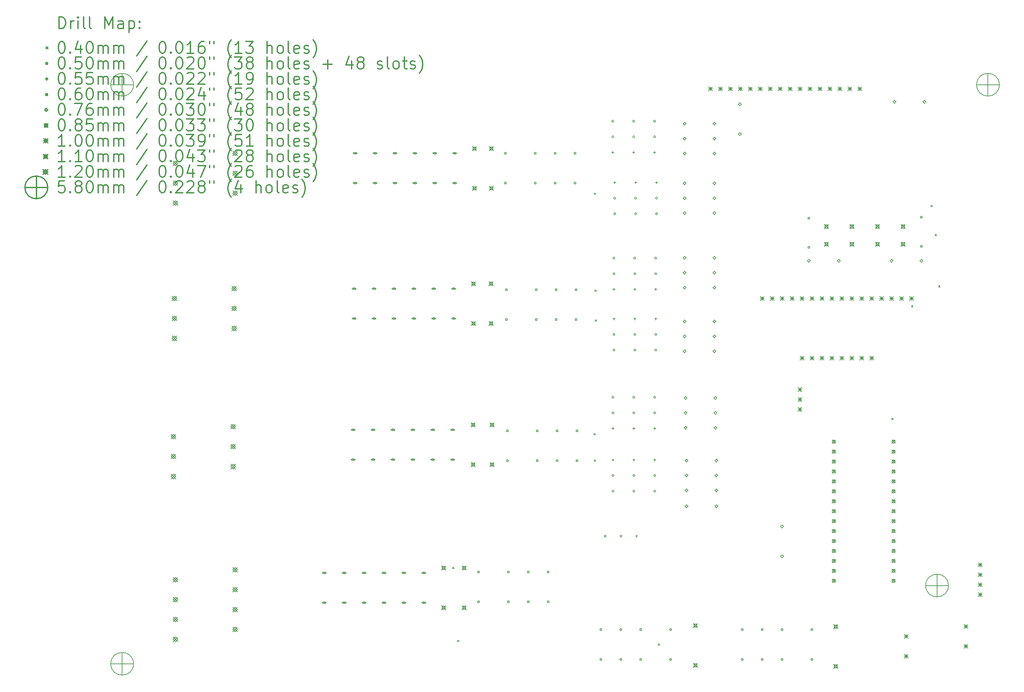
<source format=gbr>
%FSLAX45Y45*%
G04 Gerber Fmt 4.5, Leading zero omitted, Abs format (unit mm)*
G04 Created by KiCad (PCBNEW (5.1.6)-1) date 2021-09-01 11:51:29*
%MOMM*%
%LPD*%
G01*
G04 APERTURE LIST*
%ADD10C,0.200000*%
%ADD11C,0.300000*%
G04 APERTURE END LIST*
D10*
X9030500Y3070600D02*
X9070500Y3030600D01*
X9070500Y3070600D02*
X9030500Y3030600D01*
X9157500Y1203700D02*
X9197500Y1163700D01*
X9197500Y1203700D02*
X9157500Y1163700D01*
X12637300Y6486900D02*
X12677300Y6446900D01*
X12677300Y6486900D02*
X12637300Y6446900D01*
X12650000Y12633700D02*
X12690000Y12593700D01*
X12690000Y12633700D02*
X12650000Y12593700D01*
X12650000Y5813800D02*
X12690000Y5773800D01*
X12690000Y5813800D02*
X12650000Y5773800D01*
X12662700Y10157200D02*
X12702700Y10117200D01*
X12702700Y10157200D02*
X12662700Y10117200D01*
X12675400Y9395200D02*
X12715400Y9355200D01*
X12715400Y9395200D02*
X12675400Y9355200D01*
X14280000Y1114800D02*
X14320000Y1074800D01*
X14320000Y1114800D02*
X14280000Y1074800D01*
X20244210Y6876410D02*
X20284210Y6836410D01*
X20284210Y6876410D02*
X20244210Y6836410D01*
X20746410Y9758170D02*
X20786410Y9718170D01*
X20786410Y9758170D02*
X20746410Y9718170D01*
X21240900Y12320370D02*
X21280900Y12280370D01*
X21280900Y12320370D02*
X21240900Y12280370D01*
X21346960Y11577060D02*
X21386960Y11537060D01*
X21386960Y11577060D02*
X21346960Y11537060D01*
X21441320Y10265260D02*
X21481320Y10225260D01*
X21481320Y10265260D02*
X21441320Y10225260D01*
X13731300Y12502120D02*
G75*
G03*
X13731300Y12502120I-25000J0D01*
G01*
X13732300Y12102120D02*
G75*
G03*
X13732300Y12102120I-25000J0D01*
G01*
X13148700Y14469580D02*
G75*
G03*
X13148700Y14469580I-25000J0D01*
G01*
X13149700Y14069580D02*
G75*
G03*
X13149700Y14069580I-25000J0D01*
G01*
X13711000Y9019600D02*
G75*
G03*
X13711000Y9019600I-25000J0D01*
G01*
X13712000Y8619600D02*
G75*
G03*
X13712000Y8619600I-25000J0D01*
G01*
X14215500Y14469580D02*
G75*
G03*
X14215500Y14469580I-25000J0D01*
G01*
X14216500Y14069580D02*
G75*
G03*
X14216500Y14069580I-25000J0D01*
G01*
X14243400Y10969000D02*
G75*
G03*
X14243400Y10969000I-25000J0D01*
G01*
X14244400Y10569000D02*
G75*
G03*
X14244400Y10569000I-25000J0D01*
G01*
X13710000Y10969000D02*
G75*
G03*
X13710000Y10969000I-25000J0D01*
G01*
X13711000Y10569000D02*
G75*
G03*
X13711000Y10569000I-25000J0D01*
G01*
X6522800Y6581200D02*
G75*
G03*
X6522800Y6581200I-25000J0D01*
G01*
X6537800Y6596200D02*
X6457800Y6596200D01*
X6537800Y6566200D02*
X6457800Y6566200D01*
X6457800Y6596200D02*
G75*
G03*
X6457800Y6566200I0J-15000D01*
G01*
X6537800Y6566200D02*
G75*
G03*
X6537800Y6596200I0J15000D01*
G01*
X6522800Y5819200D02*
G75*
G03*
X6522800Y5819200I-25000J0D01*
G01*
X6537800Y5834200D02*
X6457800Y5834200D01*
X6537800Y5804200D02*
X6457800Y5804200D01*
X6457800Y5834200D02*
G75*
G03*
X6457800Y5804200I0J-15000D01*
G01*
X6537800Y5804200D02*
G75*
G03*
X6537800Y5834200I0J15000D01*
G01*
X7030800Y6581200D02*
G75*
G03*
X7030800Y6581200I-25000J0D01*
G01*
X7045800Y6596200D02*
X6965800Y6596200D01*
X7045800Y6566200D02*
X6965800Y6566200D01*
X6965800Y6596200D02*
G75*
G03*
X6965800Y6566200I0J-15000D01*
G01*
X7045800Y6566200D02*
G75*
G03*
X7045800Y6596200I0J15000D01*
G01*
X7030800Y5819200D02*
G75*
G03*
X7030800Y5819200I-25000J0D01*
G01*
X7045800Y5834200D02*
X6965800Y5834200D01*
X7045800Y5804200D02*
X6965800Y5804200D01*
X6965800Y5834200D02*
G75*
G03*
X6965800Y5804200I0J-15000D01*
G01*
X7045800Y5804200D02*
G75*
G03*
X7045800Y5834200I0J15000D01*
G01*
X7538800Y6581200D02*
G75*
G03*
X7538800Y6581200I-25000J0D01*
G01*
X7553800Y6596200D02*
X7473800Y6596200D01*
X7553800Y6566200D02*
X7473800Y6566200D01*
X7473800Y6596200D02*
G75*
G03*
X7473800Y6566200I0J-15000D01*
G01*
X7553800Y6566200D02*
G75*
G03*
X7553800Y6596200I0J15000D01*
G01*
X7538800Y5819200D02*
G75*
G03*
X7538800Y5819200I-25000J0D01*
G01*
X7553800Y5834200D02*
X7473800Y5834200D01*
X7553800Y5804200D02*
X7473800Y5804200D01*
X7473800Y5834200D02*
G75*
G03*
X7473800Y5804200I0J-15000D01*
G01*
X7553800Y5804200D02*
G75*
G03*
X7553800Y5834200I0J15000D01*
G01*
X8046800Y6581200D02*
G75*
G03*
X8046800Y6581200I-25000J0D01*
G01*
X8061800Y6596200D02*
X7981800Y6596200D01*
X8061800Y6566200D02*
X7981800Y6566200D01*
X7981800Y6596200D02*
G75*
G03*
X7981800Y6566200I0J-15000D01*
G01*
X8061800Y6566200D02*
G75*
G03*
X8061800Y6596200I0J15000D01*
G01*
X8046800Y5819200D02*
G75*
G03*
X8046800Y5819200I-25000J0D01*
G01*
X8061800Y5834200D02*
X7981800Y5834200D01*
X8061800Y5804200D02*
X7981800Y5804200D01*
X7981800Y5834200D02*
G75*
G03*
X7981800Y5804200I0J-15000D01*
G01*
X8061800Y5804200D02*
G75*
G03*
X8061800Y5834200I0J15000D01*
G01*
X8554800Y6581200D02*
G75*
G03*
X8554800Y6581200I-25000J0D01*
G01*
X8569800Y6596200D02*
X8489800Y6596200D01*
X8569800Y6566200D02*
X8489800Y6566200D01*
X8489800Y6596200D02*
G75*
G03*
X8489800Y6566200I0J-15000D01*
G01*
X8569800Y6566200D02*
G75*
G03*
X8569800Y6596200I0J15000D01*
G01*
X8554800Y5819200D02*
G75*
G03*
X8554800Y5819200I-25000J0D01*
G01*
X8569800Y5834200D02*
X8489800Y5834200D01*
X8569800Y5804200D02*
X8489800Y5804200D01*
X8489800Y5834200D02*
G75*
G03*
X8489800Y5804200I0J-15000D01*
G01*
X8569800Y5804200D02*
G75*
G03*
X8569800Y5834200I0J15000D01*
G01*
X9062800Y6581200D02*
G75*
G03*
X9062800Y6581200I-25000J0D01*
G01*
X9077800Y6596200D02*
X8997800Y6596200D01*
X9077800Y6566200D02*
X8997800Y6566200D01*
X8997800Y6596200D02*
G75*
G03*
X8997800Y6566200I0J-15000D01*
G01*
X9077800Y6566200D02*
G75*
G03*
X9077800Y6596200I0J15000D01*
G01*
X9062800Y5819200D02*
G75*
G03*
X9062800Y5819200I-25000J0D01*
G01*
X9077800Y5834200D02*
X8997800Y5834200D01*
X9077800Y5804200D02*
X8997800Y5804200D01*
X8997800Y5834200D02*
G75*
G03*
X8997800Y5804200I0J-15000D01*
G01*
X9077800Y5804200D02*
G75*
G03*
X9077800Y5834200I0J15000D01*
G01*
X13152200Y5412800D02*
G75*
G03*
X13152200Y5412800I-25000J0D01*
G01*
X13153200Y5012800D02*
G75*
G03*
X13153200Y5012800I-25000J0D01*
G01*
X14219000Y5412800D02*
G75*
G03*
X14219000Y5412800I-25000J0D01*
G01*
X14220000Y5012800D02*
G75*
G03*
X14220000Y5012800I-25000J0D01*
G01*
X13685600Y5412800D02*
G75*
G03*
X13685600Y5412800I-25000J0D01*
G01*
X13686600Y5012800D02*
G75*
G03*
X13686600Y5012800I-25000J0D01*
G01*
X14244400Y9019600D02*
G75*
G03*
X14244400Y9019600I-25000J0D01*
G01*
X14245400Y8619600D02*
G75*
G03*
X14245400Y8619600I-25000J0D01*
G01*
X6573600Y13648600D02*
G75*
G03*
X6573600Y13648600I-25000J0D01*
G01*
X6588600Y13663600D02*
X6508600Y13663600D01*
X6588600Y13633600D02*
X6508600Y13633600D01*
X6508600Y13663600D02*
G75*
G03*
X6508600Y13633600I0J-15000D01*
G01*
X6588600Y13633600D02*
G75*
G03*
X6588600Y13663600I0J15000D01*
G01*
X6573600Y12886600D02*
G75*
G03*
X6573600Y12886600I-25000J0D01*
G01*
X6588600Y12901600D02*
X6508600Y12901600D01*
X6588600Y12871600D02*
X6508600Y12871600D01*
X6508600Y12901600D02*
G75*
G03*
X6508600Y12871600I0J-15000D01*
G01*
X6588600Y12871600D02*
G75*
G03*
X6588600Y12901600I0J15000D01*
G01*
X7081600Y13648600D02*
G75*
G03*
X7081600Y13648600I-25000J0D01*
G01*
X7096600Y13663600D02*
X7016600Y13663600D01*
X7096600Y13633600D02*
X7016600Y13633600D01*
X7016600Y13663600D02*
G75*
G03*
X7016600Y13633600I0J-15000D01*
G01*
X7096600Y13633600D02*
G75*
G03*
X7096600Y13663600I0J15000D01*
G01*
X7081600Y12886600D02*
G75*
G03*
X7081600Y12886600I-25000J0D01*
G01*
X7096600Y12901600D02*
X7016600Y12901600D01*
X7096600Y12871600D02*
X7016600Y12871600D01*
X7016600Y12901600D02*
G75*
G03*
X7016600Y12871600I0J-15000D01*
G01*
X7096600Y12871600D02*
G75*
G03*
X7096600Y12901600I0J15000D01*
G01*
X7589600Y13648600D02*
G75*
G03*
X7589600Y13648600I-25000J0D01*
G01*
X7604600Y13663600D02*
X7524600Y13663600D01*
X7604600Y13633600D02*
X7524600Y13633600D01*
X7524600Y13663600D02*
G75*
G03*
X7524600Y13633600I0J-15000D01*
G01*
X7604600Y13633600D02*
G75*
G03*
X7604600Y13663600I0J15000D01*
G01*
X7589600Y12886600D02*
G75*
G03*
X7589600Y12886600I-25000J0D01*
G01*
X7604600Y12901600D02*
X7524600Y12901600D01*
X7604600Y12871600D02*
X7524600Y12871600D01*
X7524600Y12901600D02*
G75*
G03*
X7524600Y12871600I0J-15000D01*
G01*
X7604600Y12871600D02*
G75*
G03*
X7604600Y12901600I0J15000D01*
G01*
X8097600Y13648600D02*
G75*
G03*
X8097600Y13648600I-25000J0D01*
G01*
X8112600Y13663600D02*
X8032600Y13663600D01*
X8112600Y13633600D02*
X8032600Y13633600D01*
X8032600Y13663600D02*
G75*
G03*
X8032600Y13633600I0J-15000D01*
G01*
X8112600Y13633600D02*
G75*
G03*
X8112600Y13663600I0J15000D01*
G01*
X8097600Y12886600D02*
G75*
G03*
X8097600Y12886600I-25000J0D01*
G01*
X8112600Y12901600D02*
X8032600Y12901600D01*
X8112600Y12871600D02*
X8032600Y12871600D01*
X8032600Y12901600D02*
G75*
G03*
X8032600Y12871600I0J-15000D01*
G01*
X8112600Y12871600D02*
G75*
G03*
X8112600Y12901600I0J15000D01*
G01*
X8605600Y13648600D02*
G75*
G03*
X8605600Y13648600I-25000J0D01*
G01*
X8620600Y13663600D02*
X8540600Y13663600D01*
X8620600Y13633600D02*
X8540600Y13633600D01*
X8540600Y13663600D02*
G75*
G03*
X8540600Y13633600I0J-15000D01*
G01*
X8620600Y13633600D02*
G75*
G03*
X8620600Y13663600I0J15000D01*
G01*
X8605600Y12886600D02*
G75*
G03*
X8605600Y12886600I-25000J0D01*
G01*
X8620600Y12901600D02*
X8540600Y12901600D01*
X8620600Y12871600D02*
X8540600Y12871600D01*
X8540600Y12901600D02*
G75*
G03*
X8540600Y12871600I0J-15000D01*
G01*
X8620600Y12871600D02*
G75*
G03*
X8620600Y12901600I0J15000D01*
G01*
X9113600Y13648600D02*
G75*
G03*
X9113600Y13648600I-25000J0D01*
G01*
X9128600Y13663600D02*
X9048600Y13663600D01*
X9128600Y13633600D02*
X9048600Y13633600D01*
X9048600Y13663600D02*
G75*
G03*
X9048600Y13633600I0J-15000D01*
G01*
X9128600Y13633600D02*
G75*
G03*
X9128600Y13663600I0J15000D01*
G01*
X9113600Y12886600D02*
G75*
G03*
X9113600Y12886600I-25000J0D01*
G01*
X9128600Y12901600D02*
X9048600Y12901600D01*
X9128600Y12871600D02*
X9048600Y12871600D01*
X9048600Y12901600D02*
G75*
G03*
X9048600Y12871600I0J-15000D01*
G01*
X9128600Y12871600D02*
G75*
G03*
X9128600Y12901600I0J15000D01*
G01*
X6548200Y10188000D02*
G75*
G03*
X6548200Y10188000I-25000J0D01*
G01*
X6563200Y10203000D02*
X6483200Y10203000D01*
X6563200Y10173000D02*
X6483200Y10173000D01*
X6483200Y10203000D02*
G75*
G03*
X6483200Y10173000I0J-15000D01*
G01*
X6563200Y10173000D02*
G75*
G03*
X6563200Y10203000I0J15000D01*
G01*
X6548200Y9426000D02*
G75*
G03*
X6548200Y9426000I-25000J0D01*
G01*
X6563200Y9441000D02*
X6483200Y9441000D01*
X6563200Y9411000D02*
X6483200Y9411000D01*
X6483200Y9441000D02*
G75*
G03*
X6483200Y9411000I0J-15000D01*
G01*
X6563200Y9411000D02*
G75*
G03*
X6563200Y9441000I0J15000D01*
G01*
X7056200Y10188000D02*
G75*
G03*
X7056200Y10188000I-25000J0D01*
G01*
X7071200Y10203000D02*
X6991200Y10203000D01*
X7071200Y10173000D02*
X6991200Y10173000D01*
X6991200Y10203000D02*
G75*
G03*
X6991200Y10173000I0J-15000D01*
G01*
X7071200Y10173000D02*
G75*
G03*
X7071200Y10203000I0J15000D01*
G01*
X7056200Y9426000D02*
G75*
G03*
X7056200Y9426000I-25000J0D01*
G01*
X7071200Y9441000D02*
X6991200Y9441000D01*
X7071200Y9411000D02*
X6991200Y9411000D01*
X6991200Y9441000D02*
G75*
G03*
X6991200Y9411000I0J-15000D01*
G01*
X7071200Y9411000D02*
G75*
G03*
X7071200Y9441000I0J15000D01*
G01*
X7564200Y10188000D02*
G75*
G03*
X7564200Y10188000I-25000J0D01*
G01*
X7579200Y10203000D02*
X7499200Y10203000D01*
X7579200Y10173000D02*
X7499200Y10173000D01*
X7499200Y10203000D02*
G75*
G03*
X7499200Y10173000I0J-15000D01*
G01*
X7579200Y10173000D02*
G75*
G03*
X7579200Y10203000I0J15000D01*
G01*
X7564200Y9426000D02*
G75*
G03*
X7564200Y9426000I-25000J0D01*
G01*
X7579200Y9441000D02*
X7499200Y9441000D01*
X7579200Y9411000D02*
X7499200Y9411000D01*
X7499200Y9441000D02*
G75*
G03*
X7499200Y9411000I0J-15000D01*
G01*
X7579200Y9411000D02*
G75*
G03*
X7579200Y9441000I0J15000D01*
G01*
X8072200Y10188000D02*
G75*
G03*
X8072200Y10188000I-25000J0D01*
G01*
X8087200Y10203000D02*
X8007200Y10203000D01*
X8087200Y10173000D02*
X8007200Y10173000D01*
X8007200Y10203000D02*
G75*
G03*
X8007200Y10173000I0J-15000D01*
G01*
X8087200Y10173000D02*
G75*
G03*
X8087200Y10203000I0J15000D01*
G01*
X8072200Y9426000D02*
G75*
G03*
X8072200Y9426000I-25000J0D01*
G01*
X8087200Y9441000D02*
X8007200Y9441000D01*
X8087200Y9411000D02*
X8007200Y9411000D01*
X8007200Y9441000D02*
G75*
G03*
X8007200Y9411000I0J-15000D01*
G01*
X8087200Y9411000D02*
G75*
G03*
X8087200Y9441000I0J15000D01*
G01*
X8580200Y10188000D02*
G75*
G03*
X8580200Y10188000I-25000J0D01*
G01*
X8595200Y10203000D02*
X8515200Y10203000D01*
X8595200Y10173000D02*
X8515200Y10173000D01*
X8515200Y10203000D02*
G75*
G03*
X8515200Y10173000I0J-15000D01*
G01*
X8595200Y10173000D02*
G75*
G03*
X8595200Y10203000I0J15000D01*
G01*
X8580200Y9426000D02*
G75*
G03*
X8580200Y9426000I-25000J0D01*
G01*
X8595200Y9441000D02*
X8515200Y9441000D01*
X8595200Y9411000D02*
X8515200Y9411000D01*
X8515200Y9441000D02*
G75*
G03*
X8515200Y9411000I0J-15000D01*
G01*
X8595200Y9411000D02*
G75*
G03*
X8595200Y9441000I0J15000D01*
G01*
X9088200Y10188000D02*
G75*
G03*
X9088200Y10188000I-25000J0D01*
G01*
X9103200Y10203000D02*
X9023200Y10203000D01*
X9103200Y10173000D02*
X9023200Y10173000D01*
X9023200Y10203000D02*
G75*
G03*
X9023200Y10173000I0J-15000D01*
G01*
X9103200Y10173000D02*
G75*
G03*
X9103200Y10203000I0J15000D01*
G01*
X9088200Y9426000D02*
G75*
G03*
X9088200Y9426000I-25000J0D01*
G01*
X9103200Y9441000D02*
X9023200Y9441000D01*
X9103200Y9411000D02*
X9023200Y9411000D01*
X9023200Y9441000D02*
G75*
G03*
X9023200Y9411000I0J-15000D01*
G01*
X9103200Y9411000D02*
G75*
G03*
X9103200Y9441000I0J15000D01*
G01*
X13177600Y9019600D02*
G75*
G03*
X13177600Y9019600I-25000J0D01*
G01*
X13178600Y8619600D02*
G75*
G03*
X13178600Y8619600I-25000J0D01*
G01*
X14218000Y7413000D02*
G75*
G03*
X14218000Y7413000I-25000J0D01*
G01*
X14219000Y7013000D02*
G75*
G03*
X14219000Y7013000I-25000J0D01*
G01*
X5786200Y2923600D02*
G75*
G03*
X5786200Y2923600I-25000J0D01*
G01*
X5801200Y2938600D02*
X5721200Y2938600D01*
X5801200Y2908600D02*
X5721200Y2908600D01*
X5721200Y2938600D02*
G75*
G03*
X5721200Y2908600I0J-15000D01*
G01*
X5801200Y2908600D02*
G75*
G03*
X5801200Y2938600I0J15000D01*
G01*
X5786200Y2161600D02*
G75*
G03*
X5786200Y2161600I-25000J0D01*
G01*
X5801200Y2176600D02*
X5721200Y2176600D01*
X5801200Y2146600D02*
X5721200Y2146600D01*
X5721200Y2176600D02*
G75*
G03*
X5721200Y2146600I0J-15000D01*
G01*
X5801200Y2146600D02*
G75*
G03*
X5801200Y2176600I0J15000D01*
G01*
X6294200Y2923600D02*
G75*
G03*
X6294200Y2923600I-25000J0D01*
G01*
X6309200Y2938600D02*
X6229200Y2938600D01*
X6309200Y2908600D02*
X6229200Y2908600D01*
X6229200Y2938600D02*
G75*
G03*
X6229200Y2908600I0J-15000D01*
G01*
X6309200Y2908600D02*
G75*
G03*
X6309200Y2938600I0J15000D01*
G01*
X6294200Y2161600D02*
G75*
G03*
X6294200Y2161600I-25000J0D01*
G01*
X6309200Y2176600D02*
X6229200Y2176600D01*
X6309200Y2146600D02*
X6229200Y2146600D01*
X6229200Y2176600D02*
G75*
G03*
X6229200Y2146600I0J-15000D01*
G01*
X6309200Y2146600D02*
G75*
G03*
X6309200Y2176600I0J15000D01*
G01*
X6802200Y2923600D02*
G75*
G03*
X6802200Y2923600I-25000J0D01*
G01*
X6817200Y2938600D02*
X6737200Y2938600D01*
X6817200Y2908600D02*
X6737200Y2908600D01*
X6737200Y2938600D02*
G75*
G03*
X6737200Y2908600I0J-15000D01*
G01*
X6817200Y2908600D02*
G75*
G03*
X6817200Y2938600I0J15000D01*
G01*
X6802200Y2161600D02*
G75*
G03*
X6802200Y2161600I-25000J0D01*
G01*
X6817200Y2176600D02*
X6737200Y2176600D01*
X6817200Y2146600D02*
X6737200Y2146600D01*
X6737200Y2176600D02*
G75*
G03*
X6737200Y2146600I0J-15000D01*
G01*
X6817200Y2146600D02*
G75*
G03*
X6817200Y2176600I0J15000D01*
G01*
X7310200Y2923600D02*
G75*
G03*
X7310200Y2923600I-25000J0D01*
G01*
X7325200Y2938600D02*
X7245200Y2938600D01*
X7325200Y2908600D02*
X7245200Y2908600D01*
X7245200Y2938600D02*
G75*
G03*
X7245200Y2908600I0J-15000D01*
G01*
X7325200Y2908600D02*
G75*
G03*
X7325200Y2938600I0J15000D01*
G01*
X7310200Y2161600D02*
G75*
G03*
X7310200Y2161600I-25000J0D01*
G01*
X7325200Y2176600D02*
X7245200Y2176600D01*
X7325200Y2146600D02*
X7245200Y2146600D01*
X7245200Y2176600D02*
G75*
G03*
X7245200Y2146600I0J-15000D01*
G01*
X7325200Y2146600D02*
G75*
G03*
X7325200Y2176600I0J15000D01*
G01*
X7818200Y2923600D02*
G75*
G03*
X7818200Y2923600I-25000J0D01*
G01*
X7833200Y2938600D02*
X7753200Y2938600D01*
X7833200Y2908600D02*
X7753200Y2908600D01*
X7753200Y2938600D02*
G75*
G03*
X7753200Y2908600I0J-15000D01*
G01*
X7833200Y2908600D02*
G75*
G03*
X7833200Y2938600I0J15000D01*
G01*
X7818200Y2161600D02*
G75*
G03*
X7818200Y2161600I-25000J0D01*
G01*
X7833200Y2176600D02*
X7753200Y2176600D01*
X7833200Y2146600D02*
X7753200Y2146600D01*
X7753200Y2176600D02*
G75*
G03*
X7753200Y2146600I0J-15000D01*
G01*
X7833200Y2146600D02*
G75*
G03*
X7833200Y2176600I0J15000D01*
G01*
X8326200Y2923600D02*
G75*
G03*
X8326200Y2923600I-25000J0D01*
G01*
X8341200Y2938600D02*
X8261200Y2938600D01*
X8341200Y2908600D02*
X8261200Y2908600D01*
X8261200Y2938600D02*
G75*
G03*
X8261200Y2908600I0J-15000D01*
G01*
X8341200Y2908600D02*
G75*
G03*
X8341200Y2938600I0J15000D01*
G01*
X8326200Y2161600D02*
G75*
G03*
X8326200Y2161600I-25000J0D01*
G01*
X8341200Y2176600D02*
X8261200Y2176600D01*
X8341200Y2146600D02*
X8261200Y2146600D01*
X8261200Y2176600D02*
G75*
G03*
X8261200Y2146600I0J-15000D01*
G01*
X8341200Y2146600D02*
G75*
G03*
X8341200Y2176600I0J15000D01*
G01*
X13684600Y7413000D02*
G75*
G03*
X13684600Y7413000I-25000J0D01*
G01*
X13685600Y7013000D02*
G75*
G03*
X13685600Y7013000I-25000J0D01*
G01*
X13682100Y14469580D02*
G75*
G03*
X13682100Y14469580I-25000J0D01*
G01*
X13683100Y14069580D02*
G75*
G03*
X13683100Y14069580I-25000J0D01*
G01*
X13151200Y7413000D02*
G75*
G03*
X13151200Y7413000I-25000J0D01*
G01*
X13152200Y7013000D02*
G75*
G03*
X13152200Y7013000I-25000J0D01*
G01*
X12955400Y3862400D02*
G75*
G03*
X12955400Y3862400I-25000J0D01*
G01*
X13355400Y3863400D02*
G75*
G03*
X13355400Y3863400I-25000J0D01*
G01*
X14264700Y12502120D02*
G75*
G03*
X14264700Y12502120I-25000J0D01*
G01*
X14265700Y12102120D02*
G75*
G03*
X14265700Y12102120I-25000J0D01*
G01*
X13197900Y12502120D02*
G75*
G03*
X13197900Y12502120I-25000J0D01*
G01*
X13198900Y12102120D02*
G75*
G03*
X13198900Y12102120I-25000J0D01*
G01*
X13176600Y10969000D02*
G75*
G03*
X13176600Y10969000I-25000J0D01*
G01*
X13177600Y10569000D02*
G75*
G03*
X13177600Y10569000I-25000J0D01*
G01*
X14218400Y10198500D02*
X14218400Y10143500D01*
X14190900Y10171000D02*
X14245900Y10171000D01*
X13685000Y10198500D02*
X13685000Y10143500D01*
X13657500Y10171000D02*
X13712500Y10171000D01*
X13128200Y5838300D02*
X13128200Y5783300D01*
X13100700Y5810800D02*
X13155700Y5810800D01*
X14195000Y5838300D02*
X14195000Y5783300D01*
X14167500Y5810800D02*
X14222500Y5810800D01*
X13661600Y5838300D02*
X13661600Y5783300D01*
X13634100Y5810800D02*
X13689100Y5810800D01*
X14220400Y9445100D02*
X14220400Y9390100D01*
X14192900Y9417600D02*
X14247900Y9417600D01*
X13153600Y9445100D02*
X13153600Y9390100D01*
X13126100Y9417600D02*
X13181100Y9417600D01*
X14193000Y6642500D02*
X14193000Y6587500D01*
X14165500Y6615000D02*
X14220500Y6615000D01*
X13659600Y6642500D02*
X13659600Y6587500D01*
X13632100Y6615000D02*
X13687100Y6615000D01*
X13657100Y13699080D02*
X13657100Y13644080D01*
X13629600Y13671580D02*
X13684600Y13671580D01*
X13126200Y6642500D02*
X13126200Y6587500D01*
X13098700Y6615000D02*
X13153700Y6615000D01*
X13728400Y3889900D02*
X13728400Y3834900D01*
X13700900Y3862400D02*
X13755900Y3862400D01*
X14240700Y12927620D02*
X14240700Y12872620D01*
X14213200Y12900120D02*
X14268200Y12900120D01*
X13173900Y12927620D02*
X13173900Y12872620D01*
X13146400Y12900120D02*
X13201400Y12900120D01*
X13151600Y10198500D02*
X13151600Y10143500D01*
X13124100Y10171000D02*
X13179100Y10171000D01*
X13707300Y12927620D02*
X13707300Y12872620D01*
X13679800Y12900120D02*
X13734800Y12900120D01*
X13123700Y13699080D02*
X13123700Y13644080D01*
X13096200Y13671580D02*
X13151200Y13671580D01*
X13687000Y9445100D02*
X13687000Y9390100D01*
X13659500Y9417600D02*
X13714500Y9417600D01*
X14190500Y13699080D02*
X14190500Y13644080D01*
X14163000Y13671580D02*
X14218000Y13671580D01*
X12843613Y1454587D02*
X12843613Y1497013D01*
X12801187Y1497013D01*
X12801187Y1454587D01*
X12843613Y1454587D01*
X12843613Y692587D02*
X12843613Y735013D01*
X12801187Y735013D01*
X12801187Y692587D01*
X12843613Y692587D01*
X13351613Y1454587D02*
X13351613Y1497013D01*
X13309187Y1497013D01*
X13309187Y1454587D01*
X13351613Y1454587D01*
X13351613Y692587D02*
X13351613Y735013D01*
X13309187Y735013D01*
X13309187Y692587D01*
X13351613Y692587D01*
X13859613Y1454587D02*
X13859613Y1497013D01*
X13817187Y1497013D01*
X13817187Y1454587D01*
X13859613Y1454587D01*
X13859613Y692587D02*
X13859613Y735013D01*
X13817187Y735013D01*
X13817187Y692587D01*
X13859613Y692587D01*
X14621613Y1454587D02*
X14621613Y1497013D01*
X14579187Y1497013D01*
X14579187Y1454587D01*
X14621613Y1454587D01*
X14621613Y692587D02*
X14621613Y735013D01*
X14579187Y735013D01*
X14579187Y692587D01*
X14621613Y692587D01*
X10456013Y6534587D02*
X10456013Y6577013D01*
X10413587Y6577013D01*
X10413587Y6534587D01*
X10456013Y6534587D01*
X10456013Y5772587D02*
X10456013Y5815013D01*
X10413587Y5815013D01*
X10413587Y5772587D01*
X10456013Y5772587D01*
X11218013Y6534587D02*
X11218013Y6577013D01*
X11175587Y6577013D01*
X11175587Y6534587D01*
X11218013Y6534587D01*
X11218013Y5772587D02*
X11218013Y5815013D01*
X11175587Y5815013D01*
X11175587Y5772587D01*
X11218013Y5772587D01*
X11726013Y6534587D02*
X11726013Y6577013D01*
X11683587Y6577013D01*
X11683587Y6534587D01*
X11726013Y6534587D01*
X11726013Y5772587D02*
X11726013Y5815013D01*
X11683587Y5815013D01*
X11683587Y5772587D01*
X11726013Y5772587D01*
X12234013Y6534587D02*
X12234013Y6577013D01*
X12191587Y6577013D01*
X12191587Y6534587D01*
X12234013Y6534587D01*
X12234013Y5772587D02*
X12234013Y5815013D01*
X12191587Y5815013D01*
X12191587Y5772587D01*
X12234013Y5772587D01*
X21022413Y11995587D02*
X21022413Y12038013D01*
X20979987Y12038013D01*
X20979987Y11995587D01*
X21022413Y11995587D01*
X21022413Y11245587D02*
X21022413Y11288013D01*
X20979987Y11288013D01*
X20979987Y11245587D01*
X21022413Y11245587D01*
X16450413Y1454587D02*
X16450413Y1497013D01*
X16407987Y1497013D01*
X16407987Y1454587D01*
X16450413Y1454587D01*
X16450413Y692587D02*
X16450413Y735013D01*
X16407987Y735013D01*
X16407987Y692587D01*
X16450413Y692587D01*
X16958413Y1454587D02*
X16958413Y1497013D01*
X16915987Y1497013D01*
X16915987Y1454587D01*
X16958413Y1454587D01*
X16958413Y692587D02*
X16958413Y735013D01*
X16915987Y735013D01*
X16915987Y692587D01*
X16958413Y692587D01*
X17466413Y1454587D02*
X17466413Y1497013D01*
X17423987Y1497013D01*
X17423987Y1454587D01*
X17466413Y1454587D01*
X17466413Y692587D02*
X17466413Y735013D01*
X17423987Y735013D01*
X17423987Y692587D01*
X17466413Y692587D01*
X18228413Y1454587D02*
X18228413Y1497013D01*
X18185987Y1497013D01*
X18185987Y1454587D01*
X18228413Y1454587D01*
X18228413Y692587D02*
X18228413Y735013D01*
X18185987Y735013D01*
X18185987Y692587D01*
X18228413Y692587D01*
X18152213Y11970187D02*
X18152213Y12012613D01*
X18109787Y12012613D01*
X18109787Y11970187D01*
X18152213Y11970187D01*
X18152213Y11220187D02*
X18152213Y11262613D01*
X18109787Y11262613D01*
X18109787Y11220187D01*
X18152213Y11220187D01*
X10405213Y13627387D02*
X10405213Y13669813D01*
X10362787Y13669813D01*
X10362787Y13627387D01*
X10405213Y13627387D01*
X10405213Y12865387D02*
X10405213Y12907813D01*
X10362787Y12907813D01*
X10362787Y12865387D01*
X10405213Y12865387D01*
X11167213Y13627387D02*
X11167213Y13669813D01*
X11124787Y13669813D01*
X11124787Y13627387D01*
X11167213Y13627387D01*
X11167213Y12865387D02*
X11167213Y12907813D01*
X11124787Y12907813D01*
X11124787Y12865387D01*
X11167213Y12865387D01*
X11675213Y13627387D02*
X11675213Y13669813D01*
X11632787Y13669813D01*
X11632787Y13627387D01*
X11675213Y13627387D01*
X11675213Y12865387D02*
X11675213Y12907813D01*
X11632787Y12907813D01*
X11632787Y12865387D01*
X11675213Y12865387D01*
X12183213Y13627387D02*
X12183213Y13669813D01*
X12140787Y13669813D01*
X12140787Y13627387D01*
X12183213Y13627387D01*
X12183213Y12865387D02*
X12183213Y12907813D01*
X12140787Y12907813D01*
X12140787Y12865387D01*
X12183213Y12865387D01*
X9719413Y2927787D02*
X9719413Y2970213D01*
X9676987Y2970213D01*
X9676987Y2927787D01*
X9719413Y2927787D01*
X9719413Y2165787D02*
X9719413Y2208213D01*
X9676987Y2208213D01*
X9676987Y2165787D01*
X9719413Y2165787D01*
X10481413Y2927787D02*
X10481413Y2970213D01*
X10438987Y2970213D01*
X10438987Y2927787D01*
X10481413Y2927787D01*
X10481413Y2165787D02*
X10481413Y2208213D01*
X10438987Y2208213D01*
X10438987Y2165787D01*
X10481413Y2165787D01*
X10989413Y2927787D02*
X10989413Y2970213D01*
X10946987Y2970213D01*
X10946987Y2927787D01*
X10989413Y2927787D01*
X10989413Y2165787D02*
X10989413Y2208213D01*
X10946987Y2208213D01*
X10946987Y2165787D01*
X10989413Y2165787D01*
X11497413Y2927787D02*
X11497413Y2970213D01*
X11454987Y2970213D01*
X11454987Y2927787D01*
X11497413Y2927787D01*
X11497413Y2165787D02*
X11497413Y2208213D01*
X11454987Y2208213D01*
X11454987Y2165787D01*
X11497413Y2165787D01*
X10430613Y10141387D02*
X10430613Y10183813D01*
X10388187Y10183813D01*
X10388187Y10141387D01*
X10430613Y10141387D01*
X10430613Y9379387D02*
X10430613Y9421813D01*
X10388187Y9421813D01*
X10388187Y9379387D01*
X10430613Y9379387D01*
X11192613Y10141387D02*
X11192613Y10183813D01*
X11150187Y10183813D01*
X11150187Y10141387D01*
X11192613Y10141387D01*
X11192613Y9379387D02*
X11192613Y9421813D01*
X11150187Y9421813D01*
X11150187Y9379387D01*
X11192613Y9379387D01*
X11700613Y10141387D02*
X11700613Y10183813D01*
X11658187Y10183813D01*
X11658187Y10141387D01*
X11700613Y10141387D01*
X11700613Y9379387D02*
X11700613Y9421813D01*
X11658187Y9421813D01*
X11658187Y9379387D01*
X11700613Y9379387D01*
X12208613Y10141387D02*
X12208613Y10183813D01*
X12166187Y10183813D01*
X12166187Y10141387D01*
X12208613Y10141387D01*
X12208613Y9379387D02*
X12208613Y9421813D01*
X12166187Y9421813D01*
X12166187Y9379387D01*
X12208613Y9379387D01*
X14956000Y14366300D02*
X14994100Y14404400D01*
X14956000Y14442500D01*
X14917900Y14404400D01*
X14956000Y14366300D01*
X15718000Y14366300D02*
X15756100Y14404400D01*
X15718000Y14442500D01*
X15679900Y14404400D01*
X15718000Y14366300D01*
X14981400Y7355900D02*
X15019500Y7394000D01*
X14981400Y7432100D01*
X14943300Y7394000D01*
X14981400Y7355900D01*
X15743400Y7355900D02*
X15781500Y7394000D01*
X15743400Y7432100D01*
X15705300Y7394000D01*
X15743400Y7355900D01*
X14981400Y6974900D02*
X15019500Y7013000D01*
X14981400Y7051100D01*
X14943300Y7013000D01*
X14981400Y6974900D01*
X15743400Y6974900D02*
X15781500Y7013000D01*
X15743400Y7051100D01*
X15705300Y7013000D01*
X15743400Y6974900D01*
X14956000Y10937300D02*
X14994100Y10975400D01*
X14956000Y11013500D01*
X14917900Y10975400D01*
X14956000Y10937300D01*
X15718000Y10937300D02*
X15756100Y10975400D01*
X15718000Y11013500D01*
X15679900Y10975400D01*
X15718000Y10937300D01*
X14981400Y6593900D02*
X15019500Y6632000D01*
X14981400Y6670100D01*
X14943300Y6632000D01*
X14981400Y6593900D01*
X15743400Y6593900D02*
X15781500Y6632000D01*
X15743400Y6670100D01*
X15705300Y6632000D01*
X15743400Y6593900D01*
X14956000Y8930700D02*
X14994100Y8968800D01*
X14956000Y9006900D01*
X14917900Y8968800D01*
X14956000Y8930700D01*
X15718000Y8930700D02*
X15756100Y8968800D01*
X15718000Y9006900D01*
X15679900Y8968800D01*
X15718000Y8930700D01*
X16365700Y14861600D02*
X16403800Y14899700D01*
X16365700Y14937800D01*
X16327600Y14899700D01*
X16365700Y14861600D01*
X16365700Y14099600D02*
X16403800Y14137700D01*
X16365700Y14175800D01*
X16327600Y14137700D01*
X16365700Y14099600D01*
X14956000Y13985300D02*
X14994100Y14023400D01*
X14956000Y14061500D01*
X14917900Y14023400D01*
X14956000Y13985300D01*
X15718000Y13985300D02*
X15756100Y14023400D01*
X15718000Y14061500D01*
X15679900Y14023400D01*
X15718000Y13985300D01*
X14956000Y12080300D02*
X14994100Y12118400D01*
X14956000Y12156500D01*
X14917900Y12118400D01*
X14956000Y12080300D01*
X15718000Y12080300D02*
X15756100Y12118400D01*
X15718000Y12156500D01*
X15679900Y12118400D01*
X15718000Y12080300D01*
X14956000Y8549700D02*
X14994100Y8587800D01*
X14956000Y8625900D01*
X14917900Y8587800D01*
X14956000Y8549700D01*
X15718000Y8549700D02*
X15756100Y8587800D01*
X15718000Y8625900D01*
X15679900Y8587800D01*
X15718000Y8549700D01*
X14956000Y12842300D02*
X14994100Y12880400D01*
X14956000Y12918500D01*
X14917900Y12880400D01*
X14956000Y12842300D01*
X15718000Y12842300D02*
X15756100Y12880400D01*
X15718000Y12918500D01*
X15679900Y12880400D01*
X15718000Y12842300D01*
X14956000Y10556300D02*
X14994100Y10594400D01*
X14956000Y10632500D01*
X14917900Y10594400D01*
X14956000Y10556300D01*
X15718000Y10556300D02*
X15756100Y10594400D01*
X15718000Y10632500D01*
X15679900Y10594400D01*
X15718000Y10556300D01*
X14956000Y10175300D02*
X14994100Y10213400D01*
X14956000Y10251500D01*
X14917900Y10213400D01*
X14956000Y10175300D01*
X15718000Y10175300D02*
X15756100Y10213400D01*
X15718000Y10251500D01*
X15679900Y10213400D01*
X15718000Y10175300D01*
X15006800Y4587300D02*
X15044900Y4625400D01*
X15006800Y4663500D01*
X14968700Y4625400D01*
X15006800Y4587300D01*
X15768800Y4587300D02*
X15806900Y4625400D01*
X15768800Y4663500D01*
X15730700Y4625400D01*
X15768800Y4587300D01*
X17446000Y4069900D02*
X17484100Y4108000D01*
X17446000Y4146100D01*
X17407900Y4108000D01*
X17446000Y4069900D01*
X17446000Y3307900D02*
X17484100Y3346000D01*
X17446000Y3384100D01*
X17407900Y3346000D01*
X17446000Y3307900D01*
X14956000Y9311700D02*
X14994100Y9349800D01*
X14956000Y9387900D01*
X14917900Y9349800D01*
X14956000Y9311700D01*
X15718000Y9311700D02*
X15756100Y9349800D01*
X15718000Y9387900D01*
X15679900Y9349800D01*
X15718000Y9311700D01*
X14956000Y12461300D02*
X14994100Y12499400D01*
X14956000Y12537500D01*
X14917900Y12499400D01*
X14956000Y12461300D01*
X15718000Y12461300D02*
X15756100Y12499400D01*
X15718000Y12537500D01*
X15679900Y12499400D01*
X15718000Y12461300D01*
X20315400Y14925100D02*
X20353500Y14963200D01*
X20315400Y15001300D01*
X20277300Y14963200D01*
X20315400Y14925100D01*
X21077400Y14925100D02*
X21115500Y14963200D01*
X21077400Y15001300D01*
X21039300Y14963200D01*
X21077400Y14925100D01*
X14956000Y13604300D02*
X14994100Y13642400D01*
X14956000Y13680500D01*
X14917900Y13642400D01*
X14956000Y13604300D01*
X15718000Y13604300D02*
X15756100Y13642400D01*
X15718000Y13680500D01*
X15679900Y13642400D01*
X15718000Y13604300D01*
X18131000Y10861100D02*
X18169100Y10899200D01*
X18131000Y10937300D01*
X18092900Y10899200D01*
X18131000Y10861100D01*
X18893000Y10861100D02*
X18931100Y10899200D01*
X18893000Y10937300D01*
X18854900Y10899200D01*
X18893000Y10861100D01*
X20239200Y10861100D02*
X20277300Y10899200D01*
X20239200Y10937300D01*
X20201100Y10899200D01*
X20239200Y10861100D01*
X21001200Y10861100D02*
X21039300Y10899200D01*
X21001200Y10937300D01*
X20963100Y10899200D01*
X21001200Y10861100D01*
X15006800Y4993700D02*
X15044900Y5031800D01*
X15006800Y5069900D01*
X14968700Y5031800D01*
X15006800Y4993700D01*
X15768800Y4993700D02*
X15806900Y5031800D01*
X15768800Y5069900D01*
X15730700Y5031800D01*
X15768800Y4993700D01*
X15006800Y5755700D02*
X15044900Y5793800D01*
X15006800Y5831900D01*
X14968700Y5793800D01*
X15006800Y5755700D01*
X15768800Y5755700D02*
X15806900Y5793800D01*
X15768800Y5831900D01*
X15730700Y5793800D01*
X15768800Y5755700D01*
X15006800Y5374700D02*
X15044900Y5412800D01*
X15006800Y5450900D01*
X14968700Y5412800D01*
X15006800Y5374700D01*
X15768800Y5374700D02*
X15806900Y5412800D01*
X15768800Y5450900D01*
X15730700Y5412800D01*
X15768800Y5374700D01*
X18723500Y6318900D02*
X18808500Y6233900D01*
X18808500Y6318900D02*
X18723500Y6233900D01*
X18808500Y6276400D02*
G75*
G03*
X18808500Y6276400I-42500J0D01*
G01*
X18723500Y6064900D02*
X18808500Y5979900D01*
X18808500Y6064900D02*
X18723500Y5979900D01*
X18808500Y6022400D02*
G75*
G03*
X18808500Y6022400I-42500J0D01*
G01*
X18723500Y5810900D02*
X18808500Y5725900D01*
X18808500Y5810900D02*
X18723500Y5725900D01*
X18808500Y5768400D02*
G75*
G03*
X18808500Y5768400I-42500J0D01*
G01*
X18723500Y5556900D02*
X18808500Y5471900D01*
X18808500Y5556900D02*
X18723500Y5471900D01*
X18808500Y5514400D02*
G75*
G03*
X18808500Y5514400I-42500J0D01*
G01*
X18723500Y5302900D02*
X18808500Y5217900D01*
X18808500Y5302900D02*
X18723500Y5217900D01*
X18808500Y5260400D02*
G75*
G03*
X18808500Y5260400I-42500J0D01*
G01*
X18723500Y5048900D02*
X18808500Y4963900D01*
X18808500Y5048900D02*
X18723500Y4963900D01*
X18808500Y5006400D02*
G75*
G03*
X18808500Y5006400I-42500J0D01*
G01*
X18723500Y4794900D02*
X18808500Y4709900D01*
X18808500Y4794900D02*
X18723500Y4709900D01*
X18808500Y4752400D02*
G75*
G03*
X18808500Y4752400I-42500J0D01*
G01*
X18723500Y4540900D02*
X18808500Y4455900D01*
X18808500Y4540900D02*
X18723500Y4455900D01*
X18808500Y4498400D02*
G75*
G03*
X18808500Y4498400I-42500J0D01*
G01*
X18723500Y4286900D02*
X18808500Y4201900D01*
X18808500Y4286900D02*
X18723500Y4201900D01*
X18808500Y4244400D02*
G75*
G03*
X18808500Y4244400I-42500J0D01*
G01*
X18723500Y4032900D02*
X18808500Y3947900D01*
X18808500Y4032900D02*
X18723500Y3947900D01*
X18808500Y3990400D02*
G75*
G03*
X18808500Y3990400I-42500J0D01*
G01*
X18723500Y3778900D02*
X18808500Y3693900D01*
X18808500Y3778900D02*
X18723500Y3693900D01*
X18808500Y3736400D02*
G75*
G03*
X18808500Y3736400I-42500J0D01*
G01*
X18723500Y3524900D02*
X18808500Y3439900D01*
X18808500Y3524900D02*
X18723500Y3439900D01*
X18808500Y3482400D02*
G75*
G03*
X18808500Y3482400I-42500J0D01*
G01*
X18723500Y3270900D02*
X18808500Y3185900D01*
X18808500Y3270900D02*
X18723500Y3185900D01*
X18808500Y3228400D02*
G75*
G03*
X18808500Y3228400I-42500J0D01*
G01*
X18723500Y3016900D02*
X18808500Y2931900D01*
X18808500Y3016900D02*
X18723500Y2931900D01*
X18808500Y2974400D02*
G75*
G03*
X18808500Y2974400I-42500J0D01*
G01*
X18723500Y2762900D02*
X18808500Y2677900D01*
X18808500Y2762900D02*
X18723500Y2677900D01*
X18808500Y2720400D02*
G75*
G03*
X18808500Y2720400I-42500J0D01*
G01*
X20247500Y6318900D02*
X20332500Y6233900D01*
X20332500Y6318900D02*
X20247500Y6233900D01*
X20332500Y6276400D02*
G75*
G03*
X20332500Y6276400I-42500J0D01*
G01*
X20247500Y6064900D02*
X20332500Y5979900D01*
X20332500Y6064900D02*
X20247500Y5979900D01*
X20332500Y6022400D02*
G75*
G03*
X20332500Y6022400I-42500J0D01*
G01*
X20247500Y5810900D02*
X20332500Y5725900D01*
X20332500Y5810900D02*
X20247500Y5725900D01*
X20332500Y5768400D02*
G75*
G03*
X20332500Y5768400I-42500J0D01*
G01*
X20247500Y5556900D02*
X20332500Y5471900D01*
X20332500Y5556900D02*
X20247500Y5471900D01*
X20332500Y5514400D02*
G75*
G03*
X20332500Y5514400I-42500J0D01*
G01*
X20247500Y5302900D02*
X20332500Y5217900D01*
X20332500Y5302900D02*
X20247500Y5217900D01*
X20332500Y5260400D02*
G75*
G03*
X20332500Y5260400I-42500J0D01*
G01*
X20247500Y5048900D02*
X20332500Y4963900D01*
X20332500Y5048900D02*
X20247500Y4963900D01*
X20332500Y5006400D02*
G75*
G03*
X20332500Y5006400I-42500J0D01*
G01*
X20247500Y4794900D02*
X20332500Y4709900D01*
X20332500Y4794900D02*
X20247500Y4709900D01*
X20332500Y4752400D02*
G75*
G03*
X20332500Y4752400I-42500J0D01*
G01*
X20247500Y4540900D02*
X20332500Y4455900D01*
X20332500Y4540900D02*
X20247500Y4455900D01*
X20332500Y4498400D02*
G75*
G03*
X20332500Y4498400I-42500J0D01*
G01*
X20247500Y4286900D02*
X20332500Y4201900D01*
X20332500Y4286900D02*
X20247500Y4201900D01*
X20332500Y4244400D02*
G75*
G03*
X20332500Y4244400I-42500J0D01*
G01*
X20247500Y4032900D02*
X20332500Y3947900D01*
X20332500Y4032900D02*
X20247500Y3947900D01*
X20332500Y3990400D02*
G75*
G03*
X20332500Y3990400I-42500J0D01*
G01*
X20247500Y3778900D02*
X20332500Y3693900D01*
X20332500Y3778900D02*
X20247500Y3693900D01*
X20332500Y3736400D02*
G75*
G03*
X20332500Y3736400I-42500J0D01*
G01*
X20247500Y3524900D02*
X20332500Y3439900D01*
X20332500Y3524900D02*
X20247500Y3439900D01*
X20332500Y3482400D02*
G75*
G03*
X20332500Y3482400I-42500J0D01*
G01*
X20247500Y3270900D02*
X20332500Y3185900D01*
X20332500Y3270900D02*
X20247500Y3185900D01*
X20332500Y3228400D02*
G75*
G03*
X20332500Y3228400I-42500J0D01*
G01*
X20247500Y3016900D02*
X20332500Y2931900D01*
X20332500Y3016900D02*
X20247500Y2931900D01*
X20332500Y2974400D02*
G75*
G03*
X20332500Y2974400I-42500J0D01*
G01*
X20247500Y2762900D02*
X20332500Y2677900D01*
X20332500Y2762900D02*
X20247500Y2677900D01*
X20332500Y2720400D02*
G75*
G03*
X20332500Y2720400I-42500J0D01*
G01*
X22449800Y3176800D02*
X22549800Y3076800D01*
X22549800Y3176800D02*
X22449800Y3076800D01*
X22499800Y3176800D02*
X22499800Y3076800D01*
X22449800Y3126800D02*
X22549800Y3126800D01*
X22449800Y2922800D02*
X22549800Y2822800D01*
X22549800Y2922800D02*
X22449800Y2822800D01*
X22499800Y2922800D02*
X22499800Y2822800D01*
X22449800Y2872800D02*
X22549800Y2872800D01*
X22449800Y2668800D02*
X22549800Y2568800D01*
X22549800Y2668800D02*
X22449800Y2568800D01*
X22499800Y2668800D02*
X22499800Y2568800D01*
X22449800Y2618800D02*
X22549800Y2618800D01*
X22449800Y2414800D02*
X22549800Y2314800D01*
X22549800Y2414800D02*
X22449800Y2314800D01*
X22499800Y2414800D02*
X22499800Y2314800D01*
X22449800Y2364800D02*
X22549800Y2364800D01*
X20562400Y1348000D02*
X20662400Y1248000D01*
X20662400Y1348000D02*
X20562400Y1248000D01*
X20612400Y1348000D02*
X20612400Y1248000D01*
X20562400Y1298000D02*
X20662400Y1298000D01*
X20562400Y840000D02*
X20662400Y740000D01*
X20662400Y840000D02*
X20562400Y740000D01*
X20612400Y840000D02*
X20612400Y740000D01*
X20562400Y790000D02*
X20662400Y790000D01*
X22086400Y1602000D02*
X22186400Y1502000D01*
X22186400Y1602000D02*
X22086400Y1502000D01*
X22136400Y1602000D02*
X22136400Y1502000D01*
X22086400Y1552000D02*
X22186400Y1552000D01*
X22086400Y1094000D02*
X22186400Y994000D01*
X22186400Y1094000D02*
X22086400Y994000D01*
X22136400Y1094000D02*
X22136400Y994000D01*
X22086400Y1044000D02*
X22186400Y1044000D01*
X16887200Y9984000D02*
X16987200Y9884000D01*
X16987200Y9984000D02*
X16887200Y9884000D01*
X16937200Y9984000D02*
X16937200Y9884000D01*
X16887200Y9934000D02*
X16987200Y9934000D01*
X17141200Y9984000D02*
X17241200Y9884000D01*
X17241200Y9984000D02*
X17141200Y9884000D01*
X17191200Y9984000D02*
X17191200Y9884000D01*
X17141200Y9934000D02*
X17241200Y9934000D01*
X17395200Y9984000D02*
X17495200Y9884000D01*
X17495200Y9984000D02*
X17395200Y9884000D01*
X17445200Y9984000D02*
X17445200Y9884000D01*
X17395200Y9934000D02*
X17495200Y9934000D01*
X17649200Y9984000D02*
X17749200Y9884000D01*
X17749200Y9984000D02*
X17649200Y9884000D01*
X17699200Y9984000D02*
X17699200Y9884000D01*
X17649200Y9934000D02*
X17749200Y9934000D01*
X17903200Y9984000D02*
X18003200Y9884000D01*
X18003200Y9984000D02*
X17903200Y9884000D01*
X17953200Y9984000D02*
X17953200Y9884000D01*
X17903200Y9934000D02*
X18003200Y9934000D01*
X17903200Y8460000D02*
X18003200Y8360000D01*
X18003200Y8460000D02*
X17903200Y8360000D01*
X17953200Y8460000D02*
X17953200Y8360000D01*
X17903200Y8410000D02*
X18003200Y8410000D01*
X18157200Y9984000D02*
X18257200Y9884000D01*
X18257200Y9984000D02*
X18157200Y9884000D01*
X18207200Y9984000D02*
X18207200Y9884000D01*
X18157200Y9934000D02*
X18257200Y9934000D01*
X18157200Y8460000D02*
X18257200Y8360000D01*
X18257200Y8460000D02*
X18157200Y8360000D01*
X18207200Y8460000D02*
X18207200Y8360000D01*
X18157200Y8410000D02*
X18257200Y8410000D01*
X18411200Y9984000D02*
X18511200Y9884000D01*
X18511200Y9984000D02*
X18411200Y9884000D01*
X18461200Y9984000D02*
X18461200Y9884000D01*
X18411200Y9934000D02*
X18511200Y9934000D01*
X18411200Y8460000D02*
X18511200Y8360000D01*
X18511200Y8460000D02*
X18411200Y8360000D01*
X18461200Y8460000D02*
X18461200Y8360000D01*
X18411200Y8410000D02*
X18511200Y8410000D01*
X18665200Y9984000D02*
X18765200Y9884000D01*
X18765200Y9984000D02*
X18665200Y9884000D01*
X18715200Y9984000D02*
X18715200Y9884000D01*
X18665200Y9934000D02*
X18765200Y9934000D01*
X18665200Y8460000D02*
X18765200Y8360000D01*
X18765200Y8460000D02*
X18665200Y8360000D01*
X18715200Y8460000D02*
X18715200Y8360000D01*
X18665200Y8410000D02*
X18765200Y8410000D01*
X18919200Y9984000D02*
X19019200Y9884000D01*
X19019200Y9984000D02*
X18919200Y9884000D01*
X18969200Y9984000D02*
X18969200Y9884000D01*
X18919200Y9934000D02*
X19019200Y9934000D01*
X18919200Y8460000D02*
X19019200Y8360000D01*
X19019200Y8460000D02*
X18919200Y8360000D01*
X18969200Y8460000D02*
X18969200Y8360000D01*
X18919200Y8410000D02*
X19019200Y8410000D01*
X19173200Y9984000D02*
X19273200Y9884000D01*
X19273200Y9984000D02*
X19173200Y9884000D01*
X19223200Y9984000D02*
X19223200Y9884000D01*
X19173200Y9934000D02*
X19273200Y9934000D01*
X19173200Y8460000D02*
X19273200Y8360000D01*
X19273200Y8460000D02*
X19173200Y8360000D01*
X19223200Y8460000D02*
X19223200Y8360000D01*
X19173200Y8410000D02*
X19273200Y8410000D01*
X19427200Y9984000D02*
X19527200Y9884000D01*
X19527200Y9984000D02*
X19427200Y9884000D01*
X19477200Y9984000D02*
X19477200Y9884000D01*
X19427200Y9934000D02*
X19527200Y9934000D01*
X19427200Y8460000D02*
X19527200Y8360000D01*
X19527200Y8460000D02*
X19427200Y8360000D01*
X19477200Y8460000D02*
X19477200Y8360000D01*
X19427200Y8410000D02*
X19527200Y8410000D01*
X19681200Y9984000D02*
X19781200Y9884000D01*
X19781200Y9984000D02*
X19681200Y9884000D01*
X19731200Y9984000D02*
X19731200Y9884000D01*
X19681200Y9934000D02*
X19781200Y9934000D01*
X19681200Y8460000D02*
X19781200Y8360000D01*
X19781200Y8460000D02*
X19681200Y8360000D01*
X19731200Y8460000D02*
X19731200Y8360000D01*
X19681200Y8410000D02*
X19781200Y8410000D01*
X19935200Y9984000D02*
X20035200Y9884000D01*
X20035200Y9984000D02*
X19935200Y9884000D01*
X19985200Y9984000D02*
X19985200Y9884000D01*
X19935200Y9934000D02*
X20035200Y9934000D01*
X20189200Y9984000D02*
X20289200Y9884000D01*
X20289200Y9984000D02*
X20189200Y9884000D01*
X20239200Y9984000D02*
X20239200Y9884000D01*
X20189200Y9934000D02*
X20289200Y9934000D01*
X20443200Y9984000D02*
X20543200Y9884000D01*
X20543200Y9984000D02*
X20443200Y9884000D01*
X20493200Y9984000D02*
X20493200Y9884000D01*
X20443200Y9934000D02*
X20543200Y9934000D01*
X20697200Y9984000D02*
X20797200Y9884000D01*
X20797200Y9984000D02*
X20697200Y9884000D01*
X20747200Y9984000D02*
X20747200Y9884000D01*
X20697200Y9934000D02*
X20797200Y9934000D01*
X17850000Y7658000D02*
X17950000Y7558000D01*
X17950000Y7658000D02*
X17850000Y7558000D01*
X17900000Y7658000D02*
X17900000Y7558000D01*
X17850000Y7608000D02*
X17950000Y7608000D01*
X17850000Y7404000D02*
X17950000Y7304000D01*
X17950000Y7404000D02*
X17850000Y7304000D01*
X17900000Y7404000D02*
X17900000Y7304000D01*
X17850000Y7354000D02*
X17950000Y7354000D01*
X17850000Y7150000D02*
X17950000Y7050000D01*
X17950000Y7150000D02*
X17850000Y7050000D01*
X17900000Y7150000D02*
X17900000Y7050000D01*
X17850000Y7100000D02*
X17950000Y7100000D01*
X15566400Y15343400D02*
X15666400Y15243400D01*
X15666400Y15343400D02*
X15566400Y15243400D01*
X15616400Y15343400D02*
X15616400Y15243400D01*
X15566400Y15293400D02*
X15666400Y15293400D01*
X15820400Y15343400D02*
X15920400Y15243400D01*
X15920400Y15343400D02*
X15820400Y15243400D01*
X15870400Y15343400D02*
X15870400Y15243400D01*
X15820400Y15293400D02*
X15920400Y15293400D01*
X16074400Y15343400D02*
X16174400Y15243400D01*
X16174400Y15343400D02*
X16074400Y15243400D01*
X16124400Y15343400D02*
X16124400Y15243400D01*
X16074400Y15293400D02*
X16174400Y15293400D01*
X16328400Y15343400D02*
X16428400Y15243400D01*
X16428400Y15343400D02*
X16328400Y15243400D01*
X16378400Y15343400D02*
X16378400Y15243400D01*
X16328400Y15293400D02*
X16428400Y15293400D01*
X16582400Y15343400D02*
X16682400Y15243400D01*
X16682400Y15343400D02*
X16582400Y15243400D01*
X16632400Y15343400D02*
X16632400Y15243400D01*
X16582400Y15293400D02*
X16682400Y15293400D01*
X16836400Y15343400D02*
X16936400Y15243400D01*
X16936400Y15343400D02*
X16836400Y15243400D01*
X16886400Y15343400D02*
X16886400Y15243400D01*
X16836400Y15293400D02*
X16936400Y15293400D01*
X17090400Y15343400D02*
X17190400Y15243400D01*
X17190400Y15343400D02*
X17090400Y15243400D01*
X17140400Y15343400D02*
X17140400Y15243400D01*
X17090400Y15293400D02*
X17190400Y15293400D01*
X17344400Y15343400D02*
X17444400Y15243400D01*
X17444400Y15343400D02*
X17344400Y15243400D01*
X17394400Y15343400D02*
X17394400Y15243400D01*
X17344400Y15293400D02*
X17444400Y15293400D01*
X17598400Y15343400D02*
X17698400Y15243400D01*
X17698400Y15343400D02*
X17598400Y15243400D01*
X17648400Y15343400D02*
X17648400Y15243400D01*
X17598400Y15293400D02*
X17698400Y15293400D01*
X17852400Y15343400D02*
X17952400Y15243400D01*
X17952400Y15343400D02*
X17852400Y15243400D01*
X17902400Y15343400D02*
X17902400Y15243400D01*
X17852400Y15293400D02*
X17952400Y15293400D01*
X18106400Y15343400D02*
X18206400Y15243400D01*
X18206400Y15343400D02*
X18106400Y15243400D01*
X18156400Y15343400D02*
X18156400Y15243400D01*
X18106400Y15293400D02*
X18206400Y15293400D01*
X18360400Y15343400D02*
X18460400Y15243400D01*
X18460400Y15343400D02*
X18360400Y15243400D01*
X18410400Y15343400D02*
X18410400Y15243400D01*
X18360400Y15293400D02*
X18460400Y15293400D01*
X18614400Y15343400D02*
X18714400Y15243400D01*
X18714400Y15343400D02*
X18614400Y15243400D01*
X18664400Y15343400D02*
X18664400Y15243400D01*
X18614400Y15293400D02*
X18714400Y15293400D01*
X18868400Y15343400D02*
X18968400Y15243400D01*
X18968400Y15343400D02*
X18868400Y15243400D01*
X18918400Y15343400D02*
X18918400Y15243400D01*
X18868400Y15293400D02*
X18968400Y15293400D01*
X19122400Y15343400D02*
X19222400Y15243400D01*
X19222400Y15343400D02*
X19122400Y15243400D01*
X19172400Y15343400D02*
X19172400Y15243400D01*
X19122400Y15293400D02*
X19222400Y15293400D01*
X19376400Y15343400D02*
X19476400Y15243400D01*
X19476400Y15343400D02*
X19376400Y15243400D01*
X19426400Y15343400D02*
X19426400Y15243400D01*
X19376400Y15293400D02*
X19476400Y15293400D01*
X8754200Y3105600D02*
X8864200Y2995600D01*
X8864200Y3105600D02*
X8754200Y2995600D01*
X8848091Y3011709D02*
X8848091Y3089491D01*
X8770309Y3089491D01*
X8770309Y3011709D01*
X8848091Y3011709D01*
X8754200Y2089600D02*
X8864200Y1979600D01*
X8864200Y2089600D02*
X8754200Y1979600D01*
X8848091Y1995709D02*
X8848091Y2073491D01*
X8770309Y2073491D01*
X8770309Y1995709D01*
X8848091Y1995709D01*
X15180400Y1632400D02*
X15290400Y1522400D01*
X15290400Y1632400D02*
X15180400Y1522400D01*
X15274291Y1538509D02*
X15274291Y1616291D01*
X15196509Y1616291D01*
X15196509Y1538509D01*
X15274291Y1538509D01*
X15180400Y616400D02*
X15290400Y506400D01*
X15290400Y616400D02*
X15180400Y506400D01*
X15274291Y522509D02*
X15274291Y600291D01*
X15196509Y600291D01*
X15196509Y522509D01*
X15274291Y522509D01*
X9503500Y6763200D02*
X9613500Y6653200D01*
X9613500Y6763200D02*
X9503500Y6653200D01*
X9597391Y6669309D02*
X9597391Y6747091D01*
X9519609Y6747091D01*
X9519609Y6669309D01*
X9597391Y6669309D01*
X9503500Y5747200D02*
X9613500Y5637200D01*
X9613500Y5747200D02*
X9503500Y5637200D01*
X9597391Y5653309D02*
X9597391Y5731091D01*
X9519609Y5731091D01*
X9519609Y5653309D01*
X9597391Y5653309D01*
X9973400Y13824400D02*
X10083400Y13714400D01*
X10083400Y13824400D02*
X9973400Y13714400D01*
X10067291Y13730509D02*
X10067291Y13808291D01*
X9989509Y13808291D01*
X9989509Y13730509D01*
X10067291Y13730509D01*
X9973400Y12808400D02*
X10083400Y12698400D01*
X10083400Y12808400D02*
X9973400Y12698400D01*
X10067291Y12714509D02*
X10067291Y12792291D01*
X9989509Y12792291D01*
X9989509Y12714509D01*
X10067291Y12714509D01*
X9516200Y10370000D02*
X9626200Y10260000D01*
X9626200Y10370000D02*
X9516200Y10260000D01*
X9610091Y10276109D02*
X9610091Y10353891D01*
X9532309Y10353891D01*
X9532309Y10276109D01*
X9610091Y10276109D01*
X9516200Y9354000D02*
X9626200Y9244000D01*
X9626200Y9354000D02*
X9516200Y9244000D01*
X9610091Y9260109D02*
X9610091Y9337891D01*
X9532309Y9337891D01*
X9532309Y9260109D01*
X9610091Y9260109D01*
X9274900Y3105600D02*
X9384900Y2995600D01*
X9384900Y3105600D02*
X9274900Y2995600D01*
X9368791Y3011709D02*
X9368791Y3089491D01*
X9291009Y3089491D01*
X9291009Y3011709D01*
X9368791Y3011709D01*
X9274900Y2089600D02*
X9384900Y1979600D01*
X9384900Y2089600D02*
X9274900Y1979600D01*
X9368791Y1995709D02*
X9368791Y2073491D01*
X9291009Y2073491D01*
X9291009Y1995709D01*
X9368791Y1995709D01*
X18761800Y1607000D02*
X18871800Y1497000D01*
X18871800Y1607000D02*
X18761800Y1497000D01*
X18855691Y1513109D02*
X18855691Y1590891D01*
X18777909Y1590891D01*
X18777909Y1513109D01*
X18855691Y1513109D01*
X18761800Y591000D02*
X18871800Y481000D01*
X18871800Y591000D02*
X18761800Y481000D01*
X18855691Y497109D02*
X18855691Y574891D01*
X18777909Y574891D01*
X18777909Y497109D01*
X18855691Y497109D01*
X19828600Y11830000D02*
X19938600Y11720000D01*
X19938600Y11830000D02*
X19828600Y11720000D01*
X19922491Y11736109D02*
X19922491Y11813891D01*
X19844709Y11813891D01*
X19844709Y11736109D01*
X19922491Y11736109D01*
X19828600Y11380000D02*
X19938600Y11270000D01*
X19938600Y11380000D02*
X19828600Y11270000D01*
X19922491Y11286109D02*
X19922491Y11363891D01*
X19844709Y11363891D01*
X19844709Y11286109D01*
X19922491Y11286109D01*
X20478600Y11830000D02*
X20588600Y11720000D01*
X20588600Y11830000D02*
X20478600Y11720000D01*
X20572491Y11736109D02*
X20572491Y11813891D01*
X20494709Y11813891D01*
X20494709Y11736109D01*
X20572491Y11736109D01*
X20478600Y11380000D02*
X20588600Y11270000D01*
X20588600Y11380000D02*
X20478600Y11270000D01*
X20572491Y11286109D02*
X20572491Y11363891D01*
X20494709Y11363891D01*
X20494709Y11286109D01*
X20572491Y11286109D01*
X9541600Y13824400D02*
X9651600Y13714400D01*
X9651600Y13824400D02*
X9541600Y13714400D01*
X9635491Y13730509D02*
X9635491Y13808291D01*
X9557709Y13808291D01*
X9557709Y13730509D01*
X9635491Y13730509D01*
X9541600Y12808400D02*
X9651600Y12698400D01*
X9651600Y12808400D02*
X9541600Y12698400D01*
X9635491Y12714509D02*
X9635491Y12792291D01*
X9557709Y12792291D01*
X9557709Y12714509D01*
X9635491Y12714509D01*
X18520000Y11830000D02*
X18630000Y11720000D01*
X18630000Y11830000D02*
X18520000Y11720000D01*
X18613891Y11736109D02*
X18613891Y11813891D01*
X18536109Y11813891D01*
X18536109Y11736109D01*
X18613891Y11736109D01*
X18520000Y11380000D02*
X18630000Y11270000D01*
X18630000Y11380000D02*
X18520000Y11270000D01*
X18613891Y11286109D02*
X18613891Y11363891D01*
X18536109Y11363891D01*
X18536109Y11286109D01*
X18613891Y11286109D01*
X19170000Y11830000D02*
X19280000Y11720000D01*
X19280000Y11830000D02*
X19170000Y11720000D01*
X19263891Y11736109D02*
X19263891Y11813891D01*
X19186109Y11813891D01*
X19186109Y11736109D01*
X19263891Y11736109D01*
X19170000Y11380000D02*
X19280000Y11270000D01*
X19280000Y11380000D02*
X19170000Y11270000D01*
X19263891Y11286109D02*
X19263891Y11363891D01*
X19186109Y11363891D01*
X19186109Y11286109D01*
X19263891Y11286109D01*
X9960700Y10370000D02*
X10070700Y10260000D01*
X10070700Y10370000D02*
X9960700Y10260000D01*
X10054591Y10276109D02*
X10054591Y10353891D01*
X9976809Y10353891D01*
X9976809Y10276109D01*
X10054591Y10276109D01*
X9960700Y9354000D02*
X10070700Y9244000D01*
X10070700Y9354000D02*
X9960700Y9244000D01*
X10054591Y9260109D02*
X10054591Y9337891D01*
X9976809Y9337891D01*
X9976809Y9260109D01*
X10054591Y9260109D01*
X9986100Y6763200D02*
X10096100Y6653200D01*
X10096100Y6763200D02*
X9986100Y6653200D01*
X10079991Y6669309D02*
X10079991Y6747091D01*
X10002209Y6747091D01*
X10002209Y6669309D01*
X10079991Y6669309D01*
X9986100Y5747200D02*
X10096100Y5637200D01*
X10096100Y5747200D02*
X9986100Y5637200D01*
X10079991Y5653309D02*
X10079991Y5731091D01*
X10002209Y5731091D01*
X10002209Y5653309D01*
X10079991Y5653309D01*
X1899000Y2805800D02*
X2019000Y2685800D01*
X2019000Y2805800D02*
X1899000Y2685800D01*
X1959000Y2685800D02*
X2019000Y2745800D01*
X1959000Y2805800D01*
X1899000Y2745800D01*
X1959000Y2685800D01*
X1899000Y2297800D02*
X2019000Y2177800D01*
X2019000Y2297800D02*
X1899000Y2177800D01*
X1959000Y2177800D02*
X2019000Y2237800D01*
X1959000Y2297800D01*
X1899000Y2237800D01*
X1959000Y2177800D01*
X3423000Y3059800D02*
X3543000Y2939800D01*
X3543000Y3059800D02*
X3423000Y2939800D01*
X3483000Y2939800D02*
X3543000Y2999800D01*
X3483000Y3059800D01*
X3423000Y2999800D01*
X3483000Y2939800D01*
X3423000Y2551800D02*
X3543000Y2431800D01*
X3543000Y2551800D02*
X3423000Y2431800D01*
X3483000Y2431800D02*
X3543000Y2491800D01*
X3483000Y2551800D01*
X3423000Y2491800D01*
X3483000Y2431800D01*
X1899000Y13454600D02*
X2019000Y13334600D01*
X2019000Y13454600D02*
X1899000Y13334600D01*
X1959000Y13334600D02*
X2019000Y13394600D01*
X1959000Y13454600D01*
X1899000Y13394600D01*
X1959000Y13334600D01*
X1899000Y12946600D02*
X2019000Y12826600D01*
X2019000Y12946600D02*
X1899000Y12826600D01*
X1959000Y12826600D02*
X2019000Y12886600D01*
X1959000Y12946600D01*
X1899000Y12886600D01*
X1959000Y12826600D01*
X1899000Y12437600D02*
X2019000Y12317600D01*
X2019000Y12437600D02*
X1899000Y12317600D01*
X1959000Y12317600D02*
X2019000Y12377600D01*
X1959000Y12437600D01*
X1899000Y12377600D01*
X1959000Y12317600D01*
X3423000Y13708600D02*
X3543000Y13588600D01*
X3543000Y13708600D02*
X3423000Y13588600D01*
X3483000Y13588600D02*
X3543000Y13648600D01*
X3483000Y13708600D01*
X3423000Y13648600D01*
X3483000Y13588600D01*
X3423000Y13200600D02*
X3543000Y13080600D01*
X3543000Y13200600D02*
X3423000Y13080600D01*
X3483000Y13080600D02*
X3543000Y13140600D01*
X3483000Y13200600D01*
X3423000Y13140600D01*
X3483000Y13080600D01*
X3423000Y12691600D02*
X3543000Y12571600D01*
X3543000Y12691600D02*
X3423000Y12571600D01*
X3483000Y12571600D02*
X3543000Y12631600D01*
X3483000Y12691600D01*
X3423000Y12631600D01*
X3483000Y12571600D01*
X1848200Y6463400D02*
X1968200Y6343400D01*
X1968200Y6463400D02*
X1848200Y6343400D01*
X1908200Y6343400D02*
X1968200Y6403400D01*
X1908200Y6463400D01*
X1848200Y6403400D01*
X1908200Y6343400D01*
X1848200Y5955400D02*
X1968200Y5835400D01*
X1968200Y5955400D02*
X1848200Y5835400D01*
X1908200Y5835400D02*
X1968200Y5895400D01*
X1908200Y5955400D01*
X1848200Y5895400D01*
X1908200Y5835400D01*
X1848200Y5446400D02*
X1968200Y5326400D01*
X1968200Y5446400D02*
X1848200Y5326400D01*
X1908200Y5326400D02*
X1968200Y5386400D01*
X1908200Y5446400D01*
X1848200Y5386400D01*
X1908200Y5326400D01*
X3372200Y6717400D02*
X3492200Y6597400D01*
X3492200Y6717400D02*
X3372200Y6597400D01*
X3432200Y6597400D02*
X3492200Y6657400D01*
X3432200Y6717400D01*
X3372200Y6657400D01*
X3432200Y6597400D01*
X3372200Y6209400D02*
X3492200Y6089400D01*
X3492200Y6209400D02*
X3372200Y6089400D01*
X3432200Y6089400D02*
X3492200Y6149400D01*
X3432200Y6209400D01*
X3372200Y6149400D01*
X3432200Y6089400D01*
X3372200Y5700400D02*
X3492200Y5580400D01*
X3492200Y5700400D02*
X3372200Y5580400D01*
X3432200Y5580400D02*
X3492200Y5640400D01*
X3432200Y5700400D01*
X3372200Y5640400D01*
X3432200Y5580400D01*
X1899000Y1789800D02*
X2019000Y1669800D01*
X2019000Y1789800D02*
X1899000Y1669800D01*
X1959000Y1669800D02*
X2019000Y1729800D01*
X1959000Y1789800D01*
X1899000Y1729800D01*
X1959000Y1669800D01*
X1899000Y1281800D02*
X2019000Y1161800D01*
X2019000Y1281800D02*
X1899000Y1161800D01*
X1959000Y1161800D02*
X2019000Y1221800D01*
X1959000Y1281800D01*
X1899000Y1221800D01*
X1959000Y1161800D01*
X3423000Y2043800D02*
X3543000Y1923800D01*
X3543000Y2043800D02*
X3423000Y1923800D01*
X3483000Y1923800D02*
X3543000Y1983800D01*
X3483000Y2043800D01*
X3423000Y1983800D01*
X3483000Y1923800D01*
X3423000Y1535800D02*
X3543000Y1415800D01*
X3543000Y1535800D02*
X3423000Y1415800D01*
X3483000Y1415800D02*
X3543000Y1475800D01*
X3483000Y1535800D01*
X3423000Y1475800D01*
X3483000Y1415800D01*
X1873600Y9994000D02*
X1993600Y9874000D01*
X1993600Y9994000D02*
X1873600Y9874000D01*
X1933600Y9874000D02*
X1993600Y9934000D01*
X1933600Y9994000D01*
X1873600Y9934000D01*
X1933600Y9874000D01*
X1873600Y9486000D02*
X1993600Y9366000D01*
X1993600Y9486000D02*
X1873600Y9366000D01*
X1933600Y9366000D02*
X1993600Y9426000D01*
X1933600Y9486000D01*
X1873600Y9426000D01*
X1933600Y9366000D01*
X1873600Y8977000D02*
X1993600Y8857000D01*
X1993600Y8977000D02*
X1873600Y8857000D01*
X1933600Y8857000D02*
X1993600Y8917000D01*
X1933600Y8977000D01*
X1873600Y8917000D01*
X1933600Y8857000D01*
X3397600Y10248000D02*
X3517600Y10128000D01*
X3517600Y10248000D02*
X3397600Y10128000D01*
X3457600Y10128000D02*
X3517600Y10188000D01*
X3457600Y10248000D01*
X3397600Y10188000D01*
X3457600Y10128000D01*
X3397600Y9740000D02*
X3517600Y9620000D01*
X3517600Y9740000D02*
X3397600Y9620000D01*
X3457600Y9620000D02*
X3517600Y9680000D01*
X3457600Y9740000D01*
X3397600Y9680000D01*
X3457600Y9620000D01*
X3397600Y9231000D02*
X3517600Y9111000D01*
X3517600Y9231000D02*
X3397600Y9111000D01*
X3457600Y9111000D02*
X3517600Y9171000D01*
X3457600Y9231000D01*
X3397600Y9171000D01*
X3457600Y9111000D01*
X600000Y15690000D02*
X600000Y15110000D01*
X310000Y15400000D02*
X890000Y15400000D01*
X890000Y15400000D02*
G75*
G03*
X890000Y15400000I-290000J0D01*
G01*
X600000Y890000D02*
X600000Y310000D01*
X310000Y600000D02*
X890000Y600000D01*
X890000Y600000D02*
G75*
G03*
X890000Y600000I-290000J0D01*
G01*
X21400000Y2890000D02*
X21400000Y2310000D01*
X21110000Y2600000D02*
X21690000Y2600000D01*
X21690000Y2600000D02*
G75*
G03*
X21690000Y2600000I-290000J0D01*
G01*
X22700000Y15690000D02*
X22700000Y15110000D01*
X22410000Y15400000D02*
X22990000Y15400000D01*
X22990000Y15400000D02*
G75*
G03*
X22990000Y15400000I-290000J0D01*
G01*
D11*
X-1013571Y16834286D02*
X-1013571Y17134286D01*
X-942143Y17134286D01*
X-899286Y17120000D01*
X-870714Y17091429D01*
X-856429Y17062857D01*
X-842143Y17005714D01*
X-842143Y16962857D01*
X-856429Y16905714D01*
X-870714Y16877143D01*
X-899286Y16848572D01*
X-942143Y16834286D01*
X-1013571Y16834286D01*
X-713571Y16834286D02*
X-713571Y17034286D01*
X-713571Y16977143D02*
X-699286Y17005714D01*
X-685000Y17020000D01*
X-656429Y17034286D01*
X-627857Y17034286D01*
X-527857Y16834286D02*
X-527857Y17034286D01*
X-527857Y17134286D02*
X-542143Y17120000D01*
X-527857Y17105714D01*
X-513571Y17120000D01*
X-527857Y17134286D01*
X-527857Y17105714D01*
X-342143Y16834286D02*
X-370714Y16848572D01*
X-385000Y16877143D01*
X-385000Y17134286D01*
X-185000Y16834286D02*
X-213571Y16848572D01*
X-227857Y16877143D01*
X-227857Y17134286D01*
X157857Y16834286D02*
X157857Y17134286D01*
X257857Y16920000D01*
X357857Y17134286D01*
X357857Y16834286D01*
X629286Y16834286D02*
X629286Y16991429D01*
X615000Y17020000D01*
X586429Y17034286D01*
X529286Y17034286D01*
X500714Y17020000D01*
X629286Y16848572D02*
X600714Y16834286D01*
X529286Y16834286D01*
X500714Y16848572D01*
X486428Y16877143D01*
X486428Y16905714D01*
X500714Y16934286D01*
X529286Y16948572D01*
X600714Y16948572D01*
X629286Y16962857D01*
X772143Y17034286D02*
X772143Y16734286D01*
X772143Y17020000D02*
X800714Y17034286D01*
X857857Y17034286D01*
X886428Y17020000D01*
X900714Y17005714D01*
X915000Y16977143D01*
X915000Y16891429D01*
X900714Y16862857D01*
X886428Y16848572D01*
X857857Y16834286D01*
X800714Y16834286D01*
X772143Y16848572D01*
X1043571Y16862857D02*
X1057857Y16848572D01*
X1043571Y16834286D01*
X1029286Y16848572D01*
X1043571Y16862857D01*
X1043571Y16834286D01*
X1043571Y17020000D02*
X1057857Y17005714D01*
X1043571Y16991429D01*
X1029286Y17005714D01*
X1043571Y17020000D01*
X1043571Y16991429D01*
X-1340000Y16360000D02*
X-1300000Y16320000D01*
X-1300000Y16360000D02*
X-1340000Y16320000D01*
X-956429Y16504286D02*
X-927857Y16504286D01*
X-899286Y16490000D01*
X-885000Y16475714D01*
X-870714Y16447143D01*
X-856429Y16390000D01*
X-856429Y16318571D01*
X-870714Y16261429D01*
X-885000Y16232857D01*
X-899286Y16218571D01*
X-927857Y16204286D01*
X-956429Y16204286D01*
X-985000Y16218571D01*
X-999286Y16232857D01*
X-1013571Y16261429D01*
X-1027857Y16318571D01*
X-1027857Y16390000D01*
X-1013571Y16447143D01*
X-999286Y16475714D01*
X-985000Y16490000D01*
X-956429Y16504286D01*
X-727857Y16232857D02*
X-713571Y16218571D01*
X-727857Y16204286D01*
X-742143Y16218571D01*
X-727857Y16232857D01*
X-727857Y16204286D01*
X-456429Y16404286D02*
X-456429Y16204286D01*
X-527857Y16518571D02*
X-599286Y16304286D01*
X-413571Y16304286D01*
X-242143Y16504286D02*
X-213571Y16504286D01*
X-185000Y16490000D01*
X-170714Y16475714D01*
X-156429Y16447143D01*
X-142143Y16390000D01*
X-142143Y16318571D01*
X-156429Y16261429D01*
X-170714Y16232857D01*
X-185000Y16218571D01*
X-213571Y16204286D01*
X-242143Y16204286D01*
X-270714Y16218571D01*
X-285000Y16232857D01*
X-299286Y16261429D01*
X-313572Y16318571D01*
X-313572Y16390000D01*
X-299286Y16447143D01*
X-285000Y16475714D01*
X-270714Y16490000D01*
X-242143Y16504286D01*
X-13571Y16204286D02*
X-13571Y16404286D01*
X-13571Y16375714D02*
X714Y16390000D01*
X29286Y16404286D01*
X72143Y16404286D01*
X100714Y16390000D01*
X115000Y16361429D01*
X115000Y16204286D01*
X115000Y16361429D02*
X129286Y16390000D01*
X157857Y16404286D01*
X200714Y16404286D01*
X229286Y16390000D01*
X243571Y16361429D01*
X243571Y16204286D01*
X386428Y16204286D02*
X386428Y16404286D01*
X386428Y16375714D02*
X400714Y16390000D01*
X429286Y16404286D01*
X472143Y16404286D01*
X500714Y16390000D01*
X515000Y16361429D01*
X515000Y16204286D01*
X515000Y16361429D02*
X529286Y16390000D01*
X557857Y16404286D01*
X600714Y16404286D01*
X629286Y16390000D01*
X643571Y16361429D01*
X643571Y16204286D01*
X1229286Y16518571D02*
X972143Y16132857D01*
X1615000Y16504286D02*
X1643571Y16504286D01*
X1672143Y16490000D01*
X1686428Y16475714D01*
X1700714Y16447143D01*
X1715000Y16390000D01*
X1715000Y16318571D01*
X1700714Y16261429D01*
X1686428Y16232857D01*
X1672143Y16218571D01*
X1643571Y16204286D01*
X1615000Y16204286D01*
X1586428Y16218571D01*
X1572143Y16232857D01*
X1557857Y16261429D01*
X1543571Y16318571D01*
X1543571Y16390000D01*
X1557857Y16447143D01*
X1572143Y16475714D01*
X1586428Y16490000D01*
X1615000Y16504286D01*
X1843571Y16232857D02*
X1857857Y16218571D01*
X1843571Y16204286D01*
X1829286Y16218571D01*
X1843571Y16232857D01*
X1843571Y16204286D01*
X2043571Y16504286D02*
X2072143Y16504286D01*
X2100714Y16490000D01*
X2115000Y16475714D01*
X2129286Y16447143D01*
X2143571Y16390000D01*
X2143571Y16318571D01*
X2129286Y16261429D01*
X2115000Y16232857D01*
X2100714Y16218571D01*
X2072143Y16204286D01*
X2043571Y16204286D01*
X2015000Y16218571D01*
X2000714Y16232857D01*
X1986428Y16261429D01*
X1972143Y16318571D01*
X1972143Y16390000D01*
X1986428Y16447143D01*
X2000714Y16475714D01*
X2015000Y16490000D01*
X2043571Y16504286D01*
X2429286Y16204286D02*
X2257857Y16204286D01*
X2343571Y16204286D02*
X2343571Y16504286D01*
X2315000Y16461429D01*
X2286429Y16432857D01*
X2257857Y16418571D01*
X2686429Y16504286D02*
X2629286Y16504286D01*
X2600714Y16490000D01*
X2586429Y16475714D01*
X2557857Y16432857D01*
X2543571Y16375714D01*
X2543571Y16261429D01*
X2557857Y16232857D01*
X2572143Y16218571D01*
X2600714Y16204286D01*
X2657857Y16204286D01*
X2686429Y16218571D01*
X2700714Y16232857D01*
X2715000Y16261429D01*
X2715000Y16332857D01*
X2700714Y16361429D01*
X2686429Y16375714D01*
X2657857Y16390000D01*
X2600714Y16390000D01*
X2572143Y16375714D01*
X2557857Y16361429D01*
X2543571Y16332857D01*
X2829286Y16504286D02*
X2829286Y16447143D01*
X2943571Y16504286D02*
X2943571Y16447143D01*
X3386428Y16090000D02*
X3372143Y16104286D01*
X3343571Y16147143D01*
X3329286Y16175714D01*
X3315000Y16218571D01*
X3300714Y16290000D01*
X3300714Y16347143D01*
X3315000Y16418571D01*
X3329286Y16461429D01*
X3343571Y16490000D01*
X3372143Y16532857D01*
X3386428Y16547143D01*
X3657857Y16204286D02*
X3486428Y16204286D01*
X3572143Y16204286D02*
X3572143Y16504286D01*
X3543571Y16461429D01*
X3515000Y16432857D01*
X3486428Y16418571D01*
X3757857Y16504286D02*
X3943571Y16504286D01*
X3843571Y16390000D01*
X3886428Y16390000D01*
X3915000Y16375714D01*
X3929286Y16361429D01*
X3943571Y16332857D01*
X3943571Y16261429D01*
X3929286Y16232857D01*
X3915000Y16218571D01*
X3886428Y16204286D01*
X3800714Y16204286D01*
X3772143Y16218571D01*
X3757857Y16232857D01*
X4300714Y16204286D02*
X4300714Y16504286D01*
X4429286Y16204286D02*
X4429286Y16361429D01*
X4415000Y16390000D01*
X4386429Y16404286D01*
X4343571Y16404286D01*
X4315000Y16390000D01*
X4300714Y16375714D01*
X4615000Y16204286D02*
X4586429Y16218571D01*
X4572143Y16232857D01*
X4557857Y16261429D01*
X4557857Y16347143D01*
X4572143Y16375714D01*
X4586429Y16390000D01*
X4615000Y16404286D01*
X4657857Y16404286D01*
X4686429Y16390000D01*
X4700714Y16375714D01*
X4715000Y16347143D01*
X4715000Y16261429D01*
X4700714Y16232857D01*
X4686429Y16218571D01*
X4657857Y16204286D01*
X4615000Y16204286D01*
X4886429Y16204286D02*
X4857857Y16218571D01*
X4843571Y16247143D01*
X4843571Y16504286D01*
X5115000Y16218571D02*
X5086429Y16204286D01*
X5029286Y16204286D01*
X5000714Y16218571D01*
X4986429Y16247143D01*
X4986429Y16361429D01*
X5000714Y16390000D01*
X5029286Y16404286D01*
X5086429Y16404286D01*
X5115000Y16390000D01*
X5129286Y16361429D01*
X5129286Y16332857D01*
X4986429Y16304286D01*
X5243571Y16218571D02*
X5272143Y16204286D01*
X5329286Y16204286D01*
X5357857Y16218571D01*
X5372143Y16247143D01*
X5372143Y16261429D01*
X5357857Y16290000D01*
X5329286Y16304286D01*
X5286429Y16304286D01*
X5257857Y16318571D01*
X5243571Y16347143D01*
X5243571Y16361429D01*
X5257857Y16390000D01*
X5286429Y16404286D01*
X5329286Y16404286D01*
X5357857Y16390000D01*
X5472143Y16090000D02*
X5486429Y16104286D01*
X5515000Y16147143D01*
X5529286Y16175714D01*
X5543571Y16218571D01*
X5557857Y16290000D01*
X5557857Y16347143D01*
X5543571Y16418571D01*
X5529286Y16461429D01*
X5515000Y16490000D01*
X5486429Y16532857D01*
X5472143Y16547143D01*
X-1300000Y15944000D02*
G75*
G03*
X-1300000Y15944000I-25000J0D01*
G01*
X-956429Y16108286D02*
X-927857Y16108286D01*
X-899286Y16094000D01*
X-885000Y16079714D01*
X-870714Y16051143D01*
X-856429Y15994000D01*
X-856429Y15922571D01*
X-870714Y15865429D01*
X-885000Y15836857D01*
X-899286Y15822571D01*
X-927857Y15808286D01*
X-956429Y15808286D01*
X-985000Y15822571D01*
X-999286Y15836857D01*
X-1013571Y15865429D01*
X-1027857Y15922571D01*
X-1027857Y15994000D01*
X-1013571Y16051143D01*
X-999286Y16079714D01*
X-985000Y16094000D01*
X-956429Y16108286D01*
X-727857Y15836857D02*
X-713571Y15822571D01*
X-727857Y15808286D01*
X-742143Y15822571D01*
X-727857Y15836857D01*
X-727857Y15808286D01*
X-442143Y16108286D02*
X-585000Y16108286D01*
X-599286Y15965429D01*
X-585000Y15979714D01*
X-556429Y15994000D01*
X-485000Y15994000D01*
X-456429Y15979714D01*
X-442143Y15965429D01*
X-427857Y15936857D01*
X-427857Y15865429D01*
X-442143Y15836857D01*
X-456429Y15822571D01*
X-485000Y15808286D01*
X-556429Y15808286D01*
X-585000Y15822571D01*
X-599286Y15836857D01*
X-242143Y16108286D02*
X-213571Y16108286D01*
X-185000Y16094000D01*
X-170714Y16079714D01*
X-156429Y16051143D01*
X-142143Y15994000D01*
X-142143Y15922571D01*
X-156429Y15865429D01*
X-170714Y15836857D01*
X-185000Y15822571D01*
X-213571Y15808286D01*
X-242143Y15808286D01*
X-270714Y15822571D01*
X-285000Y15836857D01*
X-299286Y15865429D01*
X-313572Y15922571D01*
X-313572Y15994000D01*
X-299286Y16051143D01*
X-285000Y16079714D01*
X-270714Y16094000D01*
X-242143Y16108286D01*
X-13571Y15808286D02*
X-13571Y16008286D01*
X-13571Y15979714D02*
X714Y15994000D01*
X29286Y16008286D01*
X72143Y16008286D01*
X100714Y15994000D01*
X115000Y15965429D01*
X115000Y15808286D01*
X115000Y15965429D02*
X129286Y15994000D01*
X157857Y16008286D01*
X200714Y16008286D01*
X229286Y15994000D01*
X243571Y15965429D01*
X243571Y15808286D01*
X386428Y15808286D02*
X386428Y16008286D01*
X386428Y15979714D02*
X400714Y15994000D01*
X429286Y16008286D01*
X472143Y16008286D01*
X500714Y15994000D01*
X515000Y15965429D01*
X515000Y15808286D01*
X515000Y15965429D02*
X529286Y15994000D01*
X557857Y16008286D01*
X600714Y16008286D01*
X629286Y15994000D01*
X643571Y15965429D01*
X643571Y15808286D01*
X1229286Y16122571D02*
X972143Y15736857D01*
X1615000Y16108286D02*
X1643571Y16108286D01*
X1672143Y16094000D01*
X1686428Y16079714D01*
X1700714Y16051143D01*
X1715000Y15994000D01*
X1715000Y15922571D01*
X1700714Y15865429D01*
X1686428Y15836857D01*
X1672143Y15822571D01*
X1643571Y15808286D01*
X1615000Y15808286D01*
X1586428Y15822571D01*
X1572143Y15836857D01*
X1557857Y15865429D01*
X1543571Y15922571D01*
X1543571Y15994000D01*
X1557857Y16051143D01*
X1572143Y16079714D01*
X1586428Y16094000D01*
X1615000Y16108286D01*
X1843571Y15836857D02*
X1857857Y15822571D01*
X1843571Y15808286D01*
X1829286Y15822571D01*
X1843571Y15836857D01*
X1843571Y15808286D01*
X2043571Y16108286D02*
X2072143Y16108286D01*
X2100714Y16094000D01*
X2115000Y16079714D01*
X2129286Y16051143D01*
X2143571Y15994000D01*
X2143571Y15922571D01*
X2129286Y15865429D01*
X2115000Y15836857D01*
X2100714Y15822571D01*
X2072143Y15808286D01*
X2043571Y15808286D01*
X2015000Y15822571D01*
X2000714Y15836857D01*
X1986428Y15865429D01*
X1972143Y15922571D01*
X1972143Y15994000D01*
X1986428Y16051143D01*
X2000714Y16079714D01*
X2015000Y16094000D01*
X2043571Y16108286D01*
X2257857Y16079714D02*
X2272143Y16094000D01*
X2300714Y16108286D01*
X2372143Y16108286D01*
X2400714Y16094000D01*
X2415000Y16079714D01*
X2429286Y16051143D01*
X2429286Y16022571D01*
X2415000Y15979714D01*
X2243571Y15808286D01*
X2429286Y15808286D01*
X2615000Y16108286D02*
X2643571Y16108286D01*
X2672143Y16094000D01*
X2686429Y16079714D01*
X2700714Y16051143D01*
X2715000Y15994000D01*
X2715000Y15922571D01*
X2700714Y15865429D01*
X2686429Y15836857D01*
X2672143Y15822571D01*
X2643571Y15808286D01*
X2615000Y15808286D01*
X2586429Y15822571D01*
X2572143Y15836857D01*
X2557857Y15865429D01*
X2543571Y15922571D01*
X2543571Y15994000D01*
X2557857Y16051143D01*
X2572143Y16079714D01*
X2586429Y16094000D01*
X2615000Y16108286D01*
X2829286Y16108286D02*
X2829286Y16051143D01*
X2943571Y16108286D02*
X2943571Y16051143D01*
X3386428Y15694000D02*
X3372143Y15708286D01*
X3343571Y15751143D01*
X3329286Y15779714D01*
X3315000Y15822571D01*
X3300714Y15894000D01*
X3300714Y15951143D01*
X3315000Y16022571D01*
X3329286Y16065429D01*
X3343571Y16094000D01*
X3372143Y16136857D01*
X3386428Y16151143D01*
X3472143Y16108286D02*
X3657857Y16108286D01*
X3557857Y15994000D01*
X3600714Y15994000D01*
X3629286Y15979714D01*
X3643571Y15965429D01*
X3657857Y15936857D01*
X3657857Y15865429D01*
X3643571Y15836857D01*
X3629286Y15822571D01*
X3600714Y15808286D01*
X3515000Y15808286D01*
X3486428Y15822571D01*
X3472143Y15836857D01*
X3829286Y15979714D02*
X3800714Y15994000D01*
X3786428Y16008286D01*
X3772143Y16036857D01*
X3772143Y16051143D01*
X3786428Y16079714D01*
X3800714Y16094000D01*
X3829286Y16108286D01*
X3886428Y16108286D01*
X3915000Y16094000D01*
X3929286Y16079714D01*
X3943571Y16051143D01*
X3943571Y16036857D01*
X3929286Y16008286D01*
X3915000Y15994000D01*
X3886428Y15979714D01*
X3829286Y15979714D01*
X3800714Y15965429D01*
X3786428Y15951143D01*
X3772143Y15922571D01*
X3772143Y15865429D01*
X3786428Y15836857D01*
X3800714Y15822571D01*
X3829286Y15808286D01*
X3886428Y15808286D01*
X3915000Y15822571D01*
X3929286Y15836857D01*
X3943571Y15865429D01*
X3943571Y15922571D01*
X3929286Y15951143D01*
X3915000Y15965429D01*
X3886428Y15979714D01*
X4300714Y15808286D02*
X4300714Y16108286D01*
X4429286Y15808286D02*
X4429286Y15965429D01*
X4415000Y15994000D01*
X4386429Y16008286D01*
X4343571Y16008286D01*
X4315000Y15994000D01*
X4300714Y15979714D01*
X4615000Y15808286D02*
X4586429Y15822571D01*
X4572143Y15836857D01*
X4557857Y15865429D01*
X4557857Y15951143D01*
X4572143Y15979714D01*
X4586429Y15994000D01*
X4615000Y16008286D01*
X4657857Y16008286D01*
X4686429Y15994000D01*
X4700714Y15979714D01*
X4715000Y15951143D01*
X4715000Y15865429D01*
X4700714Y15836857D01*
X4686429Y15822571D01*
X4657857Y15808286D01*
X4615000Y15808286D01*
X4886429Y15808286D02*
X4857857Y15822571D01*
X4843571Y15851143D01*
X4843571Y16108286D01*
X5115000Y15822571D02*
X5086429Y15808286D01*
X5029286Y15808286D01*
X5000714Y15822571D01*
X4986429Y15851143D01*
X4986429Y15965429D01*
X5000714Y15994000D01*
X5029286Y16008286D01*
X5086429Y16008286D01*
X5115000Y15994000D01*
X5129286Y15965429D01*
X5129286Y15936857D01*
X4986429Y15908286D01*
X5243571Y15822571D02*
X5272143Y15808286D01*
X5329286Y15808286D01*
X5357857Y15822571D01*
X5372143Y15851143D01*
X5372143Y15865429D01*
X5357857Y15894000D01*
X5329286Y15908286D01*
X5286429Y15908286D01*
X5257857Y15922571D01*
X5243571Y15951143D01*
X5243571Y15965429D01*
X5257857Y15994000D01*
X5286429Y16008286D01*
X5329286Y16008286D01*
X5357857Y15994000D01*
X5729286Y15922571D02*
X5957857Y15922571D01*
X5843571Y15808286D02*
X5843571Y16036857D01*
X6457857Y16008286D02*
X6457857Y15808286D01*
X6386428Y16122571D02*
X6315000Y15908286D01*
X6500714Y15908286D01*
X6657857Y15979714D02*
X6629286Y15994000D01*
X6615000Y16008286D01*
X6600714Y16036857D01*
X6600714Y16051143D01*
X6615000Y16079714D01*
X6629286Y16094000D01*
X6657857Y16108286D01*
X6715000Y16108286D01*
X6743571Y16094000D01*
X6757857Y16079714D01*
X6772143Y16051143D01*
X6772143Y16036857D01*
X6757857Y16008286D01*
X6743571Y15994000D01*
X6715000Y15979714D01*
X6657857Y15979714D01*
X6629286Y15965429D01*
X6615000Y15951143D01*
X6600714Y15922571D01*
X6600714Y15865429D01*
X6615000Y15836857D01*
X6629286Y15822571D01*
X6657857Y15808286D01*
X6715000Y15808286D01*
X6743571Y15822571D01*
X6757857Y15836857D01*
X6772143Y15865429D01*
X6772143Y15922571D01*
X6757857Y15951143D01*
X6743571Y15965429D01*
X6715000Y15979714D01*
X7115000Y15822571D02*
X7143571Y15808286D01*
X7200714Y15808286D01*
X7229286Y15822571D01*
X7243571Y15851143D01*
X7243571Y15865429D01*
X7229286Y15894000D01*
X7200714Y15908286D01*
X7157857Y15908286D01*
X7129286Y15922571D01*
X7115000Y15951143D01*
X7115000Y15965429D01*
X7129286Y15994000D01*
X7157857Y16008286D01*
X7200714Y16008286D01*
X7229286Y15994000D01*
X7415000Y15808286D02*
X7386428Y15822571D01*
X7372143Y15851143D01*
X7372143Y16108286D01*
X7572143Y15808286D02*
X7543571Y15822571D01*
X7529286Y15836857D01*
X7515000Y15865429D01*
X7515000Y15951143D01*
X7529286Y15979714D01*
X7543571Y15994000D01*
X7572143Y16008286D01*
X7615000Y16008286D01*
X7643571Y15994000D01*
X7657857Y15979714D01*
X7672143Y15951143D01*
X7672143Y15865429D01*
X7657857Y15836857D01*
X7643571Y15822571D01*
X7615000Y15808286D01*
X7572143Y15808286D01*
X7757857Y16008286D02*
X7872143Y16008286D01*
X7800714Y16108286D02*
X7800714Y15851143D01*
X7815000Y15822571D01*
X7843571Y15808286D01*
X7872143Y15808286D01*
X7957857Y15822571D02*
X7986428Y15808286D01*
X8043571Y15808286D01*
X8072143Y15822571D01*
X8086428Y15851143D01*
X8086428Y15865429D01*
X8072143Y15894000D01*
X8043571Y15908286D01*
X8000714Y15908286D01*
X7972143Y15922571D01*
X7957857Y15951143D01*
X7957857Y15965429D01*
X7972143Y15994000D01*
X8000714Y16008286D01*
X8043571Y16008286D01*
X8072143Y15994000D01*
X8186428Y15694000D02*
X8200714Y15708286D01*
X8229286Y15751143D01*
X8243571Y15779714D01*
X8257857Y15822571D01*
X8272143Y15894000D01*
X8272143Y15951143D01*
X8257857Y16022571D01*
X8243571Y16065429D01*
X8229286Y16094000D01*
X8200714Y16136857D01*
X8186428Y16151143D01*
X-1327500Y15575500D02*
X-1327500Y15520500D01*
X-1355000Y15548000D02*
X-1300000Y15548000D01*
X-956429Y15712286D02*
X-927857Y15712286D01*
X-899286Y15698000D01*
X-885000Y15683714D01*
X-870714Y15655143D01*
X-856429Y15598000D01*
X-856429Y15526571D01*
X-870714Y15469429D01*
X-885000Y15440857D01*
X-899286Y15426571D01*
X-927857Y15412286D01*
X-956429Y15412286D01*
X-985000Y15426571D01*
X-999286Y15440857D01*
X-1013571Y15469429D01*
X-1027857Y15526571D01*
X-1027857Y15598000D01*
X-1013571Y15655143D01*
X-999286Y15683714D01*
X-985000Y15698000D01*
X-956429Y15712286D01*
X-727857Y15440857D02*
X-713571Y15426571D01*
X-727857Y15412286D01*
X-742143Y15426571D01*
X-727857Y15440857D01*
X-727857Y15412286D01*
X-442143Y15712286D02*
X-585000Y15712286D01*
X-599286Y15569429D01*
X-585000Y15583714D01*
X-556429Y15598000D01*
X-485000Y15598000D01*
X-456429Y15583714D01*
X-442143Y15569429D01*
X-427857Y15540857D01*
X-427857Y15469429D01*
X-442143Y15440857D01*
X-456429Y15426571D01*
X-485000Y15412286D01*
X-556429Y15412286D01*
X-585000Y15426571D01*
X-599286Y15440857D01*
X-156429Y15712286D02*
X-299286Y15712286D01*
X-313572Y15569429D01*
X-299286Y15583714D01*
X-270714Y15598000D01*
X-199286Y15598000D01*
X-170714Y15583714D01*
X-156429Y15569429D01*
X-142143Y15540857D01*
X-142143Y15469429D01*
X-156429Y15440857D01*
X-170714Y15426571D01*
X-199286Y15412286D01*
X-270714Y15412286D01*
X-299286Y15426571D01*
X-313572Y15440857D01*
X-13571Y15412286D02*
X-13571Y15612286D01*
X-13571Y15583714D02*
X714Y15598000D01*
X29286Y15612286D01*
X72143Y15612286D01*
X100714Y15598000D01*
X115000Y15569429D01*
X115000Y15412286D01*
X115000Y15569429D02*
X129286Y15598000D01*
X157857Y15612286D01*
X200714Y15612286D01*
X229286Y15598000D01*
X243571Y15569429D01*
X243571Y15412286D01*
X386428Y15412286D02*
X386428Y15612286D01*
X386428Y15583714D02*
X400714Y15598000D01*
X429286Y15612286D01*
X472143Y15612286D01*
X500714Y15598000D01*
X515000Y15569429D01*
X515000Y15412286D01*
X515000Y15569429D02*
X529286Y15598000D01*
X557857Y15612286D01*
X600714Y15612286D01*
X629286Y15598000D01*
X643571Y15569429D01*
X643571Y15412286D01*
X1229286Y15726571D02*
X972143Y15340857D01*
X1615000Y15712286D02*
X1643571Y15712286D01*
X1672143Y15698000D01*
X1686428Y15683714D01*
X1700714Y15655143D01*
X1715000Y15598000D01*
X1715000Y15526571D01*
X1700714Y15469429D01*
X1686428Y15440857D01*
X1672143Y15426571D01*
X1643571Y15412286D01*
X1615000Y15412286D01*
X1586428Y15426571D01*
X1572143Y15440857D01*
X1557857Y15469429D01*
X1543571Y15526571D01*
X1543571Y15598000D01*
X1557857Y15655143D01*
X1572143Y15683714D01*
X1586428Y15698000D01*
X1615000Y15712286D01*
X1843571Y15440857D02*
X1857857Y15426571D01*
X1843571Y15412286D01*
X1829286Y15426571D01*
X1843571Y15440857D01*
X1843571Y15412286D01*
X2043571Y15712286D02*
X2072143Y15712286D01*
X2100714Y15698000D01*
X2115000Y15683714D01*
X2129286Y15655143D01*
X2143571Y15598000D01*
X2143571Y15526571D01*
X2129286Y15469429D01*
X2115000Y15440857D01*
X2100714Y15426571D01*
X2072143Y15412286D01*
X2043571Y15412286D01*
X2015000Y15426571D01*
X2000714Y15440857D01*
X1986428Y15469429D01*
X1972143Y15526571D01*
X1972143Y15598000D01*
X1986428Y15655143D01*
X2000714Y15683714D01*
X2015000Y15698000D01*
X2043571Y15712286D01*
X2257857Y15683714D02*
X2272143Y15698000D01*
X2300714Y15712286D01*
X2372143Y15712286D01*
X2400714Y15698000D01*
X2415000Y15683714D01*
X2429286Y15655143D01*
X2429286Y15626571D01*
X2415000Y15583714D01*
X2243571Y15412286D01*
X2429286Y15412286D01*
X2543571Y15683714D02*
X2557857Y15698000D01*
X2586429Y15712286D01*
X2657857Y15712286D01*
X2686429Y15698000D01*
X2700714Y15683714D01*
X2715000Y15655143D01*
X2715000Y15626571D01*
X2700714Y15583714D01*
X2529286Y15412286D01*
X2715000Y15412286D01*
X2829286Y15712286D02*
X2829286Y15655143D01*
X2943571Y15712286D02*
X2943571Y15655143D01*
X3386428Y15298000D02*
X3372143Y15312286D01*
X3343571Y15355143D01*
X3329286Y15383714D01*
X3315000Y15426571D01*
X3300714Y15498000D01*
X3300714Y15555143D01*
X3315000Y15626571D01*
X3329286Y15669429D01*
X3343571Y15698000D01*
X3372143Y15740857D01*
X3386428Y15755143D01*
X3657857Y15412286D02*
X3486428Y15412286D01*
X3572143Y15412286D02*
X3572143Y15712286D01*
X3543571Y15669429D01*
X3515000Y15640857D01*
X3486428Y15626571D01*
X3800714Y15412286D02*
X3857857Y15412286D01*
X3886428Y15426571D01*
X3900714Y15440857D01*
X3929286Y15483714D01*
X3943571Y15540857D01*
X3943571Y15655143D01*
X3929286Y15683714D01*
X3915000Y15698000D01*
X3886428Y15712286D01*
X3829286Y15712286D01*
X3800714Y15698000D01*
X3786428Y15683714D01*
X3772143Y15655143D01*
X3772143Y15583714D01*
X3786428Y15555143D01*
X3800714Y15540857D01*
X3829286Y15526571D01*
X3886428Y15526571D01*
X3915000Y15540857D01*
X3929286Y15555143D01*
X3943571Y15583714D01*
X4300714Y15412286D02*
X4300714Y15712286D01*
X4429286Y15412286D02*
X4429286Y15569429D01*
X4415000Y15598000D01*
X4386429Y15612286D01*
X4343571Y15612286D01*
X4315000Y15598000D01*
X4300714Y15583714D01*
X4615000Y15412286D02*
X4586429Y15426571D01*
X4572143Y15440857D01*
X4557857Y15469429D01*
X4557857Y15555143D01*
X4572143Y15583714D01*
X4586429Y15598000D01*
X4615000Y15612286D01*
X4657857Y15612286D01*
X4686429Y15598000D01*
X4700714Y15583714D01*
X4715000Y15555143D01*
X4715000Y15469429D01*
X4700714Y15440857D01*
X4686429Y15426571D01*
X4657857Y15412286D01*
X4615000Y15412286D01*
X4886429Y15412286D02*
X4857857Y15426571D01*
X4843571Y15455143D01*
X4843571Y15712286D01*
X5115000Y15426571D02*
X5086429Y15412286D01*
X5029286Y15412286D01*
X5000714Y15426571D01*
X4986429Y15455143D01*
X4986429Y15569429D01*
X5000714Y15598000D01*
X5029286Y15612286D01*
X5086429Y15612286D01*
X5115000Y15598000D01*
X5129286Y15569429D01*
X5129286Y15540857D01*
X4986429Y15512286D01*
X5243571Y15426571D02*
X5272143Y15412286D01*
X5329286Y15412286D01*
X5357857Y15426571D01*
X5372143Y15455143D01*
X5372143Y15469429D01*
X5357857Y15498000D01*
X5329286Y15512286D01*
X5286429Y15512286D01*
X5257857Y15526571D01*
X5243571Y15555143D01*
X5243571Y15569429D01*
X5257857Y15598000D01*
X5286429Y15612286D01*
X5329286Y15612286D01*
X5357857Y15598000D01*
X5472143Y15298000D02*
X5486429Y15312286D01*
X5515000Y15355143D01*
X5529286Y15383714D01*
X5543571Y15426571D01*
X5557857Y15498000D01*
X5557857Y15555143D01*
X5543571Y15626571D01*
X5529286Y15669429D01*
X5515000Y15698000D01*
X5486429Y15740857D01*
X5472143Y15755143D01*
X-1308787Y15130787D02*
X-1308787Y15173213D01*
X-1351213Y15173213D01*
X-1351213Y15130787D01*
X-1308787Y15130787D01*
X-956429Y15316286D02*
X-927857Y15316286D01*
X-899286Y15302000D01*
X-885000Y15287714D01*
X-870714Y15259143D01*
X-856429Y15202000D01*
X-856429Y15130571D01*
X-870714Y15073429D01*
X-885000Y15044857D01*
X-899286Y15030571D01*
X-927857Y15016286D01*
X-956429Y15016286D01*
X-985000Y15030571D01*
X-999286Y15044857D01*
X-1013571Y15073429D01*
X-1027857Y15130571D01*
X-1027857Y15202000D01*
X-1013571Y15259143D01*
X-999286Y15287714D01*
X-985000Y15302000D01*
X-956429Y15316286D01*
X-727857Y15044857D02*
X-713571Y15030571D01*
X-727857Y15016286D01*
X-742143Y15030571D01*
X-727857Y15044857D01*
X-727857Y15016286D01*
X-456429Y15316286D02*
X-513571Y15316286D01*
X-542143Y15302000D01*
X-556429Y15287714D01*
X-585000Y15244857D01*
X-599286Y15187714D01*
X-599286Y15073429D01*
X-585000Y15044857D01*
X-570714Y15030571D01*
X-542143Y15016286D01*
X-485000Y15016286D01*
X-456429Y15030571D01*
X-442143Y15044857D01*
X-427857Y15073429D01*
X-427857Y15144857D01*
X-442143Y15173429D01*
X-456429Y15187714D01*
X-485000Y15202000D01*
X-542143Y15202000D01*
X-570714Y15187714D01*
X-585000Y15173429D01*
X-599286Y15144857D01*
X-242143Y15316286D02*
X-213571Y15316286D01*
X-185000Y15302000D01*
X-170714Y15287714D01*
X-156429Y15259143D01*
X-142143Y15202000D01*
X-142143Y15130571D01*
X-156429Y15073429D01*
X-170714Y15044857D01*
X-185000Y15030571D01*
X-213571Y15016286D01*
X-242143Y15016286D01*
X-270714Y15030571D01*
X-285000Y15044857D01*
X-299286Y15073429D01*
X-313572Y15130571D01*
X-313572Y15202000D01*
X-299286Y15259143D01*
X-285000Y15287714D01*
X-270714Y15302000D01*
X-242143Y15316286D01*
X-13571Y15016286D02*
X-13571Y15216286D01*
X-13571Y15187714D02*
X714Y15202000D01*
X29286Y15216286D01*
X72143Y15216286D01*
X100714Y15202000D01*
X115000Y15173429D01*
X115000Y15016286D01*
X115000Y15173429D02*
X129286Y15202000D01*
X157857Y15216286D01*
X200714Y15216286D01*
X229286Y15202000D01*
X243571Y15173429D01*
X243571Y15016286D01*
X386428Y15016286D02*
X386428Y15216286D01*
X386428Y15187714D02*
X400714Y15202000D01*
X429286Y15216286D01*
X472143Y15216286D01*
X500714Y15202000D01*
X515000Y15173429D01*
X515000Y15016286D01*
X515000Y15173429D02*
X529286Y15202000D01*
X557857Y15216286D01*
X600714Y15216286D01*
X629286Y15202000D01*
X643571Y15173429D01*
X643571Y15016286D01*
X1229286Y15330571D02*
X972143Y14944857D01*
X1615000Y15316286D02*
X1643571Y15316286D01*
X1672143Y15302000D01*
X1686428Y15287714D01*
X1700714Y15259143D01*
X1715000Y15202000D01*
X1715000Y15130571D01*
X1700714Y15073429D01*
X1686428Y15044857D01*
X1672143Y15030571D01*
X1643571Y15016286D01*
X1615000Y15016286D01*
X1586428Y15030571D01*
X1572143Y15044857D01*
X1557857Y15073429D01*
X1543571Y15130571D01*
X1543571Y15202000D01*
X1557857Y15259143D01*
X1572143Y15287714D01*
X1586428Y15302000D01*
X1615000Y15316286D01*
X1843571Y15044857D02*
X1857857Y15030571D01*
X1843571Y15016286D01*
X1829286Y15030571D01*
X1843571Y15044857D01*
X1843571Y15016286D01*
X2043571Y15316286D02*
X2072143Y15316286D01*
X2100714Y15302000D01*
X2115000Y15287714D01*
X2129286Y15259143D01*
X2143571Y15202000D01*
X2143571Y15130571D01*
X2129286Y15073429D01*
X2115000Y15044857D01*
X2100714Y15030571D01*
X2072143Y15016286D01*
X2043571Y15016286D01*
X2015000Y15030571D01*
X2000714Y15044857D01*
X1986428Y15073429D01*
X1972143Y15130571D01*
X1972143Y15202000D01*
X1986428Y15259143D01*
X2000714Y15287714D01*
X2015000Y15302000D01*
X2043571Y15316286D01*
X2257857Y15287714D02*
X2272143Y15302000D01*
X2300714Y15316286D01*
X2372143Y15316286D01*
X2400714Y15302000D01*
X2415000Y15287714D01*
X2429286Y15259143D01*
X2429286Y15230571D01*
X2415000Y15187714D01*
X2243571Y15016286D01*
X2429286Y15016286D01*
X2686429Y15216286D02*
X2686429Y15016286D01*
X2615000Y15330571D02*
X2543571Y15116286D01*
X2729286Y15116286D01*
X2829286Y15316286D02*
X2829286Y15259143D01*
X2943571Y15316286D02*
X2943571Y15259143D01*
X3386428Y14902000D02*
X3372143Y14916286D01*
X3343571Y14959143D01*
X3329286Y14987714D01*
X3315000Y15030571D01*
X3300714Y15102000D01*
X3300714Y15159143D01*
X3315000Y15230571D01*
X3329286Y15273429D01*
X3343571Y15302000D01*
X3372143Y15344857D01*
X3386428Y15359143D01*
X3643571Y15316286D02*
X3500714Y15316286D01*
X3486428Y15173429D01*
X3500714Y15187714D01*
X3529286Y15202000D01*
X3600714Y15202000D01*
X3629286Y15187714D01*
X3643571Y15173429D01*
X3657857Y15144857D01*
X3657857Y15073429D01*
X3643571Y15044857D01*
X3629286Y15030571D01*
X3600714Y15016286D01*
X3529286Y15016286D01*
X3500714Y15030571D01*
X3486428Y15044857D01*
X3772143Y15287714D02*
X3786428Y15302000D01*
X3815000Y15316286D01*
X3886428Y15316286D01*
X3915000Y15302000D01*
X3929286Y15287714D01*
X3943571Y15259143D01*
X3943571Y15230571D01*
X3929286Y15187714D01*
X3757857Y15016286D01*
X3943571Y15016286D01*
X4300714Y15016286D02*
X4300714Y15316286D01*
X4429286Y15016286D02*
X4429286Y15173429D01*
X4415000Y15202000D01*
X4386429Y15216286D01*
X4343571Y15216286D01*
X4315000Y15202000D01*
X4300714Y15187714D01*
X4615000Y15016286D02*
X4586429Y15030571D01*
X4572143Y15044857D01*
X4557857Y15073429D01*
X4557857Y15159143D01*
X4572143Y15187714D01*
X4586429Y15202000D01*
X4615000Y15216286D01*
X4657857Y15216286D01*
X4686429Y15202000D01*
X4700714Y15187714D01*
X4715000Y15159143D01*
X4715000Y15073429D01*
X4700714Y15044857D01*
X4686429Y15030571D01*
X4657857Y15016286D01*
X4615000Y15016286D01*
X4886429Y15016286D02*
X4857857Y15030571D01*
X4843571Y15059143D01*
X4843571Y15316286D01*
X5115000Y15030571D02*
X5086429Y15016286D01*
X5029286Y15016286D01*
X5000714Y15030571D01*
X4986429Y15059143D01*
X4986429Y15173429D01*
X5000714Y15202000D01*
X5029286Y15216286D01*
X5086429Y15216286D01*
X5115000Y15202000D01*
X5129286Y15173429D01*
X5129286Y15144857D01*
X4986429Y15116286D01*
X5243571Y15030571D02*
X5272143Y15016286D01*
X5329286Y15016286D01*
X5357857Y15030571D01*
X5372143Y15059143D01*
X5372143Y15073429D01*
X5357857Y15102000D01*
X5329286Y15116286D01*
X5286429Y15116286D01*
X5257857Y15130571D01*
X5243571Y15159143D01*
X5243571Y15173429D01*
X5257857Y15202000D01*
X5286429Y15216286D01*
X5329286Y15216286D01*
X5357857Y15202000D01*
X5472143Y14902000D02*
X5486429Y14916286D01*
X5515000Y14959143D01*
X5529286Y14987714D01*
X5543571Y15030571D01*
X5557857Y15102000D01*
X5557857Y15159143D01*
X5543571Y15230571D01*
X5529286Y15273429D01*
X5515000Y15302000D01*
X5486429Y15344857D01*
X5472143Y15359143D01*
X-1338100Y14717900D02*
X-1300000Y14756000D01*
X-1338100Y14794100D01*
X-1376200Y14756000D01*
X-1338100Y14717900D01*
X-956429Y14920286D02*
X-927857Y14920286D01*
X-899286Y14906000D01*
X-885000Y14891714D01*
X-870714Y14863143D01*
X-856429Y14806000D01*
X-856429Y14734571D01*
X-870714Y14677429D01*
X-885000Y14648857D01*
X-899286Y14634571D01*
X-927857Y14620286D01*
X-956429Y14620286D01*
X-985000Y14634571D01*
X-999286Y14648857D01*
X-1013571Y14677429D01*
X-1027857Y14734571D01*
X-1027857Y14806000D01*
X-1013571Y14863143D01*
X-999286Y14891714D01*
X-985000Y14906000D01*
X-956429Y14920286D01*
X-727857Y14648857D02*
X-713571Y14634571D01*
X-727857Y14620286D01*
X-742143Y14634571D01*
X-727857Y14648857D01*
X-727857Y14620286D01*
X-613572Y14920286D02*
X-413571Y14920286D01*
X-542143Y14620286D01*
X-170714Y14920286D02*
X-227857Y14920286D01*
X-256429Y14906000D01*
X-270714Y14891714D01*
X-299286Y14848857D01*
X-313572Y14791714D01*
X-313572Y14677429D01*
X-299286Y14648857D01*
X-285000Y14634571D01*
X-256429Y14620286D01*
X-199286Y14620286D01*
X-170714Y14634571D01*
X-156429Y14648857D01*
X-142143Y14677429D01*
X-142143Y14748857D01*
X-156429Y14777429D01*
X-170714Y14791714D01*
X-199286Y14806000D01*
X-256429Y14806000D01*
X-285000Y14791714D01*
X-299286Y14777429D01*
X-313572Y14748857D01*
X-13571Y14620286D02*
X-13571Y14820286D01*
X-13571Y14791714D02*
X714Y14806000D01*
X29286Y14820286D01*
X72143Y14820286D01*
X100714Y14806000D01*
X115000Y14777429D01*
X115000Y14620286D01*
X115000Y14777429D02*
X129286Y14806000D01*
X157857Y14820286D01*
X200714Y14820286D01*
X229286Y14806000D01*
X243571Y14777429D01*
X243571Y14620286D01*
X386428Y14620286D02*
X386428Y14820286D01*
X386428Y14791714D02*
X400714Y14806000D01*
X429286Y14820286D01*
X472143Y14820286D01*
X500714Y14806000D01*
X515000Y14777429D01*
X515000Y14620286D01*
X515000Y14777429D02*
X529286Y14806000D01*
X557857Y14820286D01*
X600714Y14820286D01*
X629286Y14806000D01*
X643571Y14777429D01*
X643571Y14620286D01*
X1229286Y14934571D02*
X972143Y14548857D01*
X1615000Y14920286D02*
X1643571Y14920286D01*
X1672143Y14906000D01*
X1686428Y14891714D01*
X1700714Y14863143D01*
X1715000Y14806000D01*
X1715000Y14734571D01*
X1700714Y14677429D01*
X1686428Y14648857D01*
X1672143Y14634571D01*
X1643571Y14620286D01*
X1615000Y14620286D01*
X1586428Y14634571D01*
X1572143Y14648857D01*
X1557857Y14677429D01*
X1543571Y14734571D01*
X1543571Y14806000D01*
X1557857Y14863143D01*
X1572143Y14891714D01*
X1586428Y14906000D01*
X1615000Y14920286D01*
X1843571Y14648857D02*
X1857857Y14634571D01*
X1843571Y14620286D01*
X1829286Y14634571D01*
X1843571Y14648857D01*
X1843571Y14620286D01*
X2043571Y14920286D02*
X2072143Y14920286D01*
X2100714Y14906000D01*
X2115000Y14891714D01*
X2129286Y14863143D01*
X2143571Y14806000D01*
X2143571Y14734571D01*
X2129286Y14677429D01*
X2115000Y14648857D01*
X2100714Y14634571D01*
X2072143Y14620286D01*
X2043571Y14620286D01*
X2015000Y14634571D01*
X2000714Y14648857D01*
X1986428Y14677429D01*
X1972143Y14734571D01*
X1972143Y14806000D01*
X1986428Y14863143D01*
X2000714Y14891714D01*
X2015000Y14906000D01*
X2043571Y14920286D01*
X2243571Y14920286D02*
X2429286Y14920286D01*
X2329286Y14806000D01*
X2372143Y14806000D01*
X2400714Y14791714D01*
X2415000Y14777429D01*
X2429286Y14748857D01*
X2429286Y14677429D01*
X2415000Y14648857D01*
X2400714Y14634571D01*
X2372143Y14620286D01*
X2286429Y14620286D01*
X2257857Y14634571D01*
X2243571Y14648857D01*
X2615000Y14920286D02*
X2643571Y14920286D01*
X2672143Y14906000D01*
X2686429Y14891714D01*
X2700714Y14863143D01*
X2715000Y14806000D01*
X2715000Y14734571D01*
X2700714Y14677429D01*
X2686429Y14648857D01*
X2672143Y14634571D01*
X2643571Y14620286D01*
X2615000Y14620286D01*
X2586429Y14634571D01*
X2572143Y14648857D01*
X2557857Y14677429D01*
X2543571Y14734571D01*
X2543571Y14806000D01*
X2557857Y14863143D01*
X2572143Y14891714D01*
X2586429Y14906000D01*
X2615000Y14920286D01*
X2829286Y14920286D02*
X2829286Y14863143D01*
X2943571Y14920286D02*
X2943571Y14863143D01*
X3386428Y14506000D02*
X3372143Y14520286D01*
X3343571Y14563143D01*
X3329286Y14591714D01*
X3315000Y14634571D01*
X3300714Y14706000D01*
X3300714Y14763143D01*
X3315000Y14834571D01*
X3329286Y14877429D01*
X3343571Y14906000D01*
X3372143Y14948857D01*
X3386428Y14963143D01*
X3629286Y14820286D02*
X3629286Y14620286D01*
X3557857Y14934571D02*
X3486428Y14720286D01*
X3672143Y14720286D01*
X3829286Y14791714D02*
X3800714Y14806000D01*
X3786428Y14820286D01*
X3772143Y14848857D01*
X3772143Y14863143D01*
X3786428Y14891714D01*
X3800714Y14906000D01*
X3829286Y14920286D01*
X3886428Y14920286D01*
X3915000Y14906000D01*
X3929286Y14891714D01*
X3943571Y14863143D01*
X3943571Y14848857D01*
X3929286Y14820286D01*
X3915000Y14806000D01*
X3886428Y14791714D01*
X3829286Y14791714D01*
X3800714Y14777429D01*
X3786428Y14763143D01*
X3772143Y14734571D01*
X3772143Y14677429D01*
X3786428Y14648857D01*
X3800714Y14634571D01*
X3829286Y14620286D01*
X3886428Y14620286D01*
X3915000Y14634571D01*
X3929286Y14648857D01*
X3943571Y14677429D01*
X3943571Y14734571D01*
X3929286Y14763143D01*
X3915000Y14777429D01*
X3886428Y14791714D01*
X4300714Y14620286D02*
X4300714Y14920286D01*
X4429286Y14620286D02*
X4429286Y14777429D01*
X4415000Y14806000D01*
X4386429Y14820286D01*
X4343571Y14820286D01*
X4315000Y14806000D01*
X4300714Y14791714D01*
X4615000Y14620286D02*
X4586429Y14634571D01*
X4572143Y14648857D01*
X4557857Y14677429D01*
X4557857Y14763143D01*
X4572143Y14791714D01*
X4586429Y14806000D01*
X4615000Y14820286D01*
X4657857Y14820286D01*
X4686429Y14806000D01*
X4700714Y14791714D01*
X4715000Y14763143D01*
X4715000Y14677429D01*
X4700714Y14648857D01*
X4686429Y14634571D01*
X4657857Y14620286D01*
X4615000Y14620286D01*
X4886429Y14620286D02*
X4857857Y14634571D01*
X4843571Y14663143D01*
X4843571Y14920286D01*
X5115000Y14634571D02*
X5086429Y14620286D01*
X5029286Y14620286D01*
X5000714Y14634571D01*
X4986429Y14663143D01*
X4986429Y14777429D01*
X5000714Y14806000D01*
X5029286Y14820286D01*
X5086429Y14820286D01*
X5115000Y14806000D01*
X5129286Y14777429D01*
X5129286Y14748857D01*
X4986429Y14720286D01*
X5243571Y14634571D02*
X5272143Y14620286D01*
X5329286Y14620286D01*
X5357857Y14634571D01*
X5372143Y14663143D01*
X5372143Y14677429D01*
X5357857Y14706000D01*
X5329286Y14720286D01*
X5286429Y14720286D01*
X5257857Y14734571D01*
X5243571Y14763143D01*
X5243571Y14777429D01*
X5257857Y14806000D01*
X5286429Y14820286D01*
X5329286Y14820286D01*
X5357857Y14806000D01*
X5472143Y14506000D02*
X5486429Y14520286D01*
X5515000Y14563143D01*
X5529286Y14591714D01*
X5543571Y14634571D01*
X5557857Y14706000D01*
X5557857Y14763143D01*
X5543571Y14834571D01*
X5529286Y14877429D01*
X5515000Y14906000D01*
X5486429Y14948857D01*
X5472143Y14963143D01*
X-1385000Y14402500D02*
X-1300000Y14317500D01*
X-1300000Y14402500D02*
X-1385000Y14317500D01*
X-1300000Y14360000D02*
G75*
G03*
X-1300000Y14360000I-42500J0D01*
G01*
X-956429Y14524286D02*
X-927857Y14524286D01*
X-899286Y14510000D01*
X-885000Y14495714D01*
X-870714Y14467143D01*
X-856429Y14410000D01*
X-856429Y14338571D01*
X-870714Y14281429D01*
X-885000Y14252857D01*
X-899286Y14238571D01*
X-927857Y14224286D01*
X-956429Y14224286D01*
X-985000Y14238571D01*
X-999286Y14252857D01*
X-1013571Y14281429D01*
X-1027857Y14338571D01*
X-1027857Y14410000D01*
X-1013571Y14467143D01*
X-999286Y14495714D01*
X-985000Y14510000D01*
X-956429Y14524286D01*
X-727857Y14252857D02*
X-713571Y14238571D01*
X-727857Y14224286D01*
X-742143Y14238571D01*
X-727857Y14252857D01*
X-727857Y14224286D01*
X-542143Y14395714D02*
X-570714Y14410000D01*
X-585000Y14424286D01*
X-599286Y14452857D01*
X-599286Y14467143D01*
X-585000Y14495714D01*
X-570714Y14510000D01*
X-542143Y14524286D01*
X-485000Y14524286D01*
X-456429Y14510000D01*
X-442143Y14495714D01*
X-427857Y14467143D01*
X-427857Y14452857D01*
X-442143Y14424286D01*
X-456429Y14410000D01*
X-485000Y14395714D01*
X-542143Y14395714D01*
X-570714Y14381429D01*
X-585000Y14367143D01*
X-599286Y14338571D01*
X-599286Y14281429D01*
X-585000Y14252857D01*
X-570714Y14238571D01*
X-542143Y14224286D01*
X-485000Y14224286D01*
X-456429Y14238571D01*
X-442143Y14252857D01*
X-427857Y14281429D01*
X-427857Y14338571D01*
X-442143Y14367143D01*
X-456429Y14381429D01*
X-485000Y14395714D01*
X-156429Y14524286D02*
X-299286Y14524286D01*
X-313572Y14381429D01*
X-299286Y14395714D01*
X-270714Y14410000D01*
X-199286Y14410000D01*
X-170714Y14395714D01*
X-156429Y14381429D01*
X-142143Y14352857D01*
X-142143Y14281429D01*
X-156429Y14252857D01*
X-170714Y14238571D01*
X-199286Y14224286D01*
X-270714Y14224286D01*
X-299286Y14238571D01*
X-313572Y14252857D01*
X-13571Y14224286D02*
X-13571Y14424286D01*
X-13571Y14395714D02*
X714Y14410000D01*
X29286Y14424286D01*
X72143Y14424286D01*
X100714Y14410000D01*
X115000Y14381429D01*
X115000Y14224286D01*
X115000Y14381429D02*
X129286Y14410000D01*
X157857Y14424286D01*
X200714Y14424286D01*
X229286Y14410000D01*
X243571Y14381429D01*
X243571Y14224286D01*
X386428Y14224286D02*
X386428Y14424286D01*
X386428Y14395714D02*
X400714Y14410000D01*
X429286Y14424286D01*
X472143Y14424286D01*
X500714Y14410000D01*
X515000Y14381429D01*
X515000Y14224286D01*
X515000Y14381429D02*
X529286Y14410000D01*
X557857Y14424286D01*
X600714Y14424286D01*
X629286Y14410000D01*
X643571Y14381429D01*
X643571Y14224286D01*
X1229286Y14538571D02*
X972143Y14152857D01*
X1615000Y14524286D02*
X1643571Y14524286D01*
X1672143Y14510000D01*
X1686428Y14495714D01*
X1700714Y14467143D01*
X1715000Y14410000D01*
X1715000Y14338571D01*
X1700714Y14281429D01*
X1686428Y14252857D01*
X1672143Y14238571D01*
X1643571Y14224286D01*
X1615000Y14224286D01*
X1586428Y14238571D01*
X1572143Y14252857D01*
X1557857Y14281429D01*
X1543571Y14338571D01*
X1543571Y14410000D01*
X1557857Y14467143D01*
X1572143Y14495714D01*
X1586428Y14510000D01*
X1615000Y14524286D01*
X1843571Y14252857D02*
X1857857Y14238571D01*
X1843571Y14224286D01*
X1829286Y14238571D01*
X1843571Y14252857D01*
X1843571Y14224286D01*
X2043571Y14524286D02*
X2072143Y14524286D01*
X2100714Y14510000D01*
X2115000Y14495714D01*
X2129286Y14467143D01*
X2143571Y14410000D01*
X2143571Y14338571D01*
X2129286Y14281429D01*
X2115000Y14252857D01*
X2100714Y14238571D01*
X2072143Y14224286D01*
X2043571Y14224286D01*
X2015000Y14238571D01*
X2000714Y14252857D01*
X1986428Y14281429D01*
X1972143Y14338571D01*
X1972143Y14410000D01*
X1986428Y14467143D01*
X2000714Y14495714D01*
X2015000Y14510000D01*
X2043571Y14524286D01*
X2243571Y14524286D02*
X2429286Y14524286D01*
X2329286Y14410000D01*
X2372143Y14410000D01*
X2400714Y14395714D01*
X2415000Y14381429D01*
X2429286Y14352857D01*
X2429286Y14281429D01*
X2415000Y14252857D01*
X2400714Y14238571D01*
X2372143Y14224286D01*
X2286429Y14224286D01*
X2257857Y14238571D01*
X2243571Y14252857D01*
X2529286Y14524286D02*
X2715000Y14524286D01*
X2615000Y14410000D01*
X2657857Y14410000D01*
X2686429Y14395714D01*
X2700714Y14381429D01*
X2715000Y14352857D01*
X2715000Y14281429D01*
X2700714Y14252857D01*
X2686429Y14238571D01*
X2657857Y14224286D01*
X2572143Y14224286D01*
X2543571Y14238571D01*
X2529286Y14252857D01*
X2829286Y14524286D02*
X2829286Y14467143D01*
X2943571Y14524286D02*
X2943571Y14467143D01*
X3386428Y14110000D02*
X3372143Y14124286D01*
X3343571Y14167143D01*
X3329286Y14195714D01*
X3315000Y14238571D01*
X3300714Y14310000D01*
X3300714Y14367143D01*
X3315000Y14438571D01*
X3329286Y14481429D01*
X3343571Y14510000D01*
X3372143Y14552857D01*
X3386428Y14567143D01*
X3472143Y14524286D02*
X3657857Y14524286D01*
X3557857Y14410000D01*
X3600714Y14410000D01*
X3629286Y14395714D01*
X3643571Y14381429D01*
X3657857Y14352857D01*
X3657857Y14281429D01*
X3643571Y14252857D01*
X3629286Y14238571D01*
X3600714Y14224286D01*
X3515000Y14224286D01*
X3486428Y14238571D01*
X3472143Y14252857D01*
X3843571Y14524286D02*
X3872143Y14524286D01*
X3900714Y14510000D01*
X3915000Y14495714D01*
X3929286Y14467143D01*
X3943571Y14410000D01*
X3943571Y14338571D01*
X3929286Y14281429D01*
X3915000Y14252857D01*
X3900714Y14238571D01*
X3872143Y14224286D01*
X3843571Y14224286D01*
X3815000Y14238571D01*
X3800714Y14252857D01*
X3786428Y14281429D01*
X3772143Y14338571D01*
X3772143Y14410000D01*
X3786428Y14467143D01*
X3800714Y14495714D01*
X3815000Y14510000D01*
X3843571Y14524286D01*
X4300714Y14224286D02*
X4300714Y14524286D01*
X4429286Y14224286D02*
X4429286Y14381429D01*
X4415000Y14410000D01*
X4386429Y14424286D01*
X4343571Y14424286D01*
X4315000Y14410000D01*
X4300714Y14395714D01*
X4615000Y14224286D02*
X4586429Y14238571D01*
X4572143Y14252857D01*
X4557857Y14281429D01*
X4557857Y14367143D01*
X4572143Y14395714D01*
X4586429Y14410000D01*
X4615000Y14424286D01*
X4657857Y14424286D01*
X4686429Y14410000D01*
X4700714Y14395714D01*
X4715000Y14367143D01*
X4715000Y14281429D01*
X4700714Y14252857D01*
X4686429Y14238571D01*
X4657857Y14224286D01*
X4615000Y14224286D01*
X4886429Y14224286D02*
X4857857Y14238571D01*
X4843571Y14267143D01*
X4843571Y14524286D01*
X5115000Y14238571D02*
X5086429Y14224286D01*
X5029286Y14224286D01*
X5000714Y14238571D01*
X4986429Y14267143D01*
X4986429Y14381429D01*
X5000714Y14410000D01*
X5029286Y14424286D01*
X5086429Y14424286D01*
X5115000Y14410000D01*
X5129286Y14381429D01*
X5129286Y14352857D01*
X4986429Y14324286D01*
X5243571Y14238571D02*
X5272143Y14224286D01*
X5329286Y14224286D01*
X5357857Y14238571D01*
X5372143Y14267143D01*
X5372143Y14281429D01*
X5357857Y14310000D01*
X5329286Y14324286D01*
X5286429Y14324286D01*
X5257857Y14338571D01*
X5243571Y14367143D01*
X5243571Y14381429D01*
X5257857Y14410000D01*
X5286429Y14424286D01*
X5329286Y14424286D01*
X5357857Y14410000D01*
X5472143Y14110000D02*
X5486429Y14124286D01*
X5515000Y14167143D01*
X5529286Y14195714D01*
X5543571Y14238571D01*
X5557857Y14310000D01*
X5557857Y14367143D01*
X5543571Y14438571D01*
X5529286Y14481429D01*
X5515000Y14510000D01*
X5486429Y14552857D01*
X5472143Y14567143D01*
X-1400000Y14014000D02*
X-1300000Y13914000D01*
X-1300000Y14014000D02*
X-1400000Y13914000D01*
X-1350000Y14014000D02*
X-1350000Y13914000D01*
X-1400000Y13964000D02*
X-1300000Y13964000D01*
X-856429Y13828286D02*
X-1027857Y13828286D01*
X-942143Y13828286D02*
X-942143Y14128286D01*
X-970714Y14085429D01*
X-999286Y14056857D01*
X-1027857Y14042571D01*
X-727857Y13856857D02*
X-713571Y13842571D01*
X-727857Y13828286D01*
X-742143Y13842571D01*
X-727857Y13856857D01*
X-727857Y13828286D01*
X-527857Y14128286D02*
X-499286Y14128286D01*
X-470714Y14114000D01*
X-456429Y14099714D01*
X-442143Y14071143D01*
X-427857Y14014000D01*
X-427857Y13942571D01*
X-442143Y13885429D01*
X-456429Y13856857D01*
X-470714Y13842571D01*
X-499286Y13828286D01*
X-527857Y13828286D01*
X-556429Y13842571D01*
X-570714Y13856857D01*
X-585000Y13885429D01*
X-599286Y13942571D01*
X-599286Y14014000D01*
X-585000Y14071143D01*
X-570714Y14099714D01*
X-556429Y14114000D01*
X-527857Y14128286D01*
X-242143Y14128286D02*
X-213571Y14128286D01*
X-185000Y14114000D01*
X-170714Y14099714D01*
X-156429Y14071143D01*
X-142143Y14014000D01*
X-142143Y13942571D01*
X-156429Y13885429D01*
X-170714Y13856857D01*
X-185000Y13842571D01*
X-213571Y13828286D01*
X-242143Y13828286D01*
X-270714Y13842571D01*
X-285000Y13856857D01*
X-299286Y13885429D01*
X-313572Y13942571D01*
X-313572Y14014000D01*
X-299286Y14071143D01*
X-285000Y14099714D01*
X-270714Y14114000D01*
X-242143Y14128286D01*
X-13571Y13828286D02*
X-13571Y14028286D01*
X-13571Y13999714D02*
X714Y14014000D01*
X29286Y14028286D01*
X72143Y14028286D01*
X100714Y14014000D01*
X115000Y13985429D01*
X115000Y13828286D01*
X115000Y13985429D02*
X129286Y14014000D01*
X157857Y14028286D01*
X200714Y14028286D01*
X229286Y14014000D01*
X243571Y13985429D01*
X243571Y13828286D01*
X386428Y13828286D02*
X386428Y14028286D01*
X386428Y13999714D02*
X400714Y14014000D01*
X429286Y14028286D01*
X472143Y14028286D01*
X500714Y14014000D01*
X515000Y13985429D01*
X515000Y13828286D01*
X515000Y13985429D02*
X529286Y14014000D01*
X557857Y14028286D01*
X600714Y14028286D01*
X629286Y14014000D01*
X643571Y13985429D01*
X643571Y13828286D01*
X1229286Y14142571D02*
X972143Y13756857D01*
X1615000Y14128286D02*
X1643571Y14128286D01*
X1672143Y14114000D01*
X1686428Y14099714D01*
X1700714Y14071143D01*
X1715000Y14014000D01*
X1715000Y13942571D01*
X1700714Y13885429D01*
X1686428Y13856857D01*
X1672143Y13842571D01*
X1643571Y13828286D01*
X1615000Y13828286D01*
X1586428Y13842571D01*
X1572143Y13856857D01*
X1557857Y13885429D01*
X1543571Y13942571D01*
X1543571Y14014000D01*
X1557857Y14071143D01*
X1572143Y14099714D01*
X1586428Y14114000D01*
X1615000Y14128286D01*
X1843571Y13856857D02*
X1857857Y13842571D01*
X1843571Y13828286D01*
X1829286Y13842571D01*
X1843571Y13856857D01*
X1843571Y13828286D01*
X2043571Y14128286D02*
X2072143Y14128286D01*
X2100714Y14114000D01*
X2115000Y14099714D01*
X2129286Y14071143D01*
X2143571Y14014000D01*
X2143571Y13942571D01*
X2129286Y13885429D01*
X2115000Y13856857D01*
X2100714Y13842571D01*
X2072143Y13828286D01*
X2043571Y13828286D01*
X2015000Y13842571D01*
X2000714Y13856857D01*
X1986428Y13885429D01*
X1972143Y13942571D01*
X1972143Y14014000D01*
X1986428Y14071143D01*
X2000714Y14099714D01*
X2015000Y14114000D01*
X2043571Y14128286D01*
X2243571Y14128286D02*
X2429286Y14128286D01*
X2329286Y14014000D01*
X2372143Y14014000D01*
X2400714Y13999714D01*
X2415000Y13985429D01*
X2429286Y13956857D01*
X2429286Y13885429D01*
X2415000Y13856857D01*
X2400714Y13842571D01*
X2372143Y13828286D01*
X2286429Y13828286D01*
X2257857Y13842571D01*
X2243571Y13856857D01*
X2572143Y13828286D02*
X2629286Y13828286D01*
X2657857Y13842571D01*
X2672143Y13856857D01*
X2700714Y13899714D01*
X2715000Y13956857D01*
X2715000Y14071143D01*
X2700714Y14099714D01*
X2686429Y14114000D01*
X2657857Y14128286D01*
X2600714Y14128286D01*
X2572143Y14114000D01*
X2557857Y14099714D01*
X2543571Y14071143D01*
X2543571Y13999714D01*
X2557857Y13971143D01*
X2572143Y13956857D01*
X2600714Y13942571D01*
X2657857Y13942571D01*
X2686429Y13956857D01*
X2700714Y13971143D01*
X2715000Y13999714D01*
X2829286Y14128286D02*
X2829286Y14071143D01*
X2943571Y14128286D02*
X2943571Y14071143D01*
X3386428Y13714000D02*
X3372143Y13728286D01*
X3343571Y13771143D01*
X3329286Y13799714D01*
X3315000Y13842571D01*
X3300714Y13914000D01*
X3300714Y13971143D01*
X3315000Y14042571D01*
X3329286Y14085429D01*
X3343571Y14114000D01*
X3372143Y14156857D01*
X3386428Y14171143D01*
X3643571Y14128286D02*
X3500714Y14128286D01*
X3486428Y13985429D01*
X3500714Y13999714D01*
X3529286Y14014000D01*
X3600714Y14014000D01*
X3629286Y13999714D01*
X3643571Y13985429D01*
X3657857Y13956857D01*
X3657857Y13885429D01*
X3643571Y13856857D01*
X3629286Y13842571D01*
X3600714Y13828286D01*
X3529286Y13828286D01*
X3500714Y13842571D01*
X3486428Y13856857D01*
X3943571Y13828286D02*
X3772143Y13828286D01*
X3857857Y13828286D02*
X3857857Y14128286D01*
X3829286Y14085429D01*
X3800714Y14056857D01*
X3772143Y14042571D01*
X4300714Y13828286D02*
X4300714Y14128286D01*
X4429286Y13828286D02*
X4429286Y13985429D01*
X4415000Y14014000D01*
X4386429Y14028286D01*
X4343571Y14028286D01*
X4315000Y14014000D01*
X4300714Y13999714D01*
X4615000Y13828286D02*
X4586429Y13842571D01*
X4572143Y13856857D01*
X4557857Y13885429D01*
X4557857Y13971143D01*
X4572143Y13999714D01*
X4586429Y14014000D01*
X4615000Y14028286D01*
X4657857Y14028286D01*
X4686429Y14014000D01*
X4700714Y13999714D01*
X4715000Y13971143D01*
X4715000Y13885429D01*
X4700714Y13856857D01*
X4686429Y13842571D01*
X4657857Y13828286D01*
X4615000Y13828286D01*
X4886429Y13828286D02*
X4857857Y13842571D01*
X4843571Y13871143D01*
X4843571Y14128286D01*
X5115000Y13842571D02*
X5086429Y13828286D01*
X5029286Y13828286D01*
X5000714Y13842571D01*
X4986429Y13871143D01*
X4986429Y13985429D01*
X5000714Y14014000D01*
X5029286Y14028286D01*
X5086429Y14028286D01*
X5115000Y14014000D01*
X5129286Y13985429D01*
X5129286Y13956857D01*
X4986429Y13928286D01*
X5243571Y13842571D02*
X5272143Y13828286D01*
X5329286Y13828286D01*
X5357857Y13842571D01*
X5372143Y13871143D01*
X5372143Y13885429D01*
X5357857Y13914000D01*
X5329286Y13928286D01*
X5286429Y13928286D01*
X5257857Y13942571D01*
X5243571Y13971143D01*
X5243571Y13985429D01*
X5257857Y14014000D01*
X5286429Y14028286D01*
X5329286Y14028286D01*
X5357857Y14014000D01*
X5472143Y13714000D02*
X5486429Y13728286D01*
X5515000Y13771143D01*
X5529286Y13799714D01*
X5543571Y13842571D01*
X5557857Y13914000D01*
X5557857Y13971143D01*
X5543571Y14042571D01*
X5529286Y14085429D01*
X5515000Y14114000D01*
X5486429Y14156857D01*
X5472143Y14171143D01*
X-1410000Y13623000D02*
X-1300000Y13513000D01*
X-1300000Y13623000D02*
X-1410000Y13513000D01*
X-1316109Y13529109D02*
X-1316109Y13606891D01*
X-1393891Y13606891D01*
X-1393891Y13529109D01*
X-1316109Y13529109D01*
X-856429Y13432286D02*
X-1027857Y13432286D01*
X-942143Y13432286D02*
X-942143Y13732286D01*
X-970714Y13689429D01*
X-999286Y13660857D01*
X-1027857Y13646571D01*
X-727857Y13460857D02*
X-713571Y13446571D01*
X-727857Y13432286D01*
X-742143Y13446571D01*
X-727857Y13460857D01*
X-727857Y13432286D01*
X-427857Y13432286D02*
X-599286Y13432286D01*
X-513571Y13432286D02*
X-513571Y13732286D01*
X-542143Y13689429D01*
X-570714Y13660857D01*
X-599286Y13646571D01*
X-242143Y13732286D02*
X-213571Y13732286D01*
X-185000Y13718000D01*
X-170714Y13703714D01*
X-156429Y13675143D01*
X-142143Y13618000D01*
X-142143Y13546571D01*
X-156429Y13489429D01*
X-170714Y13460857D01*
X-185000Y13446571D01*
X-213571Y13432286D01*
X-242143Y13432286D01*
X-270714Y13446571D01*
X-285000Y13460857D01*
X-299286Y13489429D01*
X-313572Y13546571D01*
X-313572Y13618000D01*
X-299286Y13675143D01*
X-285000Y13703714D01*
X-270714Y13718000D01*
X-242143Y13732286D01*
X-13571Y13432286D02*
X-13571Y13632286D01*
X-13571Y13603714D02*
X714Y13618000D01*
X29286Y13632286D01*
X72143Y13632286D01*
X100714Y13618000D01*
X115000Y13589429D01*
X115000Y13432286D01*
X115000Y13589429D02*
X129286Y13618000D01*
X157857Y13632286D01*
X200714Y13632286D01*
X229286Y13618000D01*
X243571Y13589429D01*
X243571Y13432286D01*
X386428Y13432286D02*
X386428Y13632286D01*
X386428Y13603714D02*
X400714Y13618000D01*
X429286Y13632286D01*
X472143Y13632286D01*
X500714Y13618000D01*
X515000Y13589429D01*
X515000Y13432286D01*
X515000Y13589429D02*
X529286Y13618000D01*
X557857Y13632286D01*
X600714Y13632286D01*
X629286Y13618000D01*
X643571Y13589429D01*
X643571Y13432286D01*
X1229286Y13746571D02*
X972143Y13360857D01*
X1615000Y13732286D02*
X1643571Y13732286D01*
X1672143Y13718000D01*
X1686428Y13703714D01*
X1700714Y13675143D01*
X1715000Y13618000D01*
X1715000Y13546571D01*
X1700714Y13489429D01*
X1686428Y13460857D01*
X1672143Y13446571D01*
X1643571Y13432286D01*
X1615000Y13432286D01*
X1586428Y13446571D01*
X1572143Y13460857D01*
X1557857Y13489429D01*
X1543571Y13546571D01*
X1543571Y13618000D01*
X1557857Y13675143D01*
X1572143Y13703714D01*
X1586428Y13718000D01*
X1615000Y13732286D01*
X1843571Y13460857D02*
X1857857Y13446571D01*
X1843571Y13432286D01*
X1829286Y13446571D01*
X1843571Y13460857D01*
X1843571Y13432286D01*
X2043571Y13732286D02*
X2072143Y13732286D01*
X2100714Y13718000D01*
X2115000Y13703714D01*
X2129286Y13675143D01*
X2143571Y13618000D01*
X2143571Y13546571D01*
X2129286Y13489429D01*
X2115000Y13460857D01*
X2100714Y13446571D01*
X2072143Y13432286D01*
X2043571Y13432286D01*
X2015000Y13446571D01*
X2000714Y13460857D01*
X1986428Y13489429D01*
X1972143Y13546571D01*
X1972143Y13618000D01*
X1986428Y13675143D01*
X2000714Y13703714D01*
X2015000Y13718000D01*
X2043571Y13732286D01*
X2400714Y13632286D02*
X2400714Y13432286D01*
X2329286Y13746571D02*
X2257857Y13532286D01*
X2443571Y13532286D01*
X2529286Y13732286D02*
X2715000Y13732286D01*
X2615000Y13618000D01*
X2657857Y13618000D01*
X2686429Y13603714D01*
X2700714Y13589429D01*
X2715000Y13560857D01*
X2715000Y13489429D01*
X2700714Y13460857D01*
X2686429Y13446571D01*
X2657857Y13432286D01*
X2572143Y13432286D01*
X2543571Y13446571D01*
X2529286Y13460857D01*
X2829286Y13732286D02*
X2829286Y13675143D01*
X2943571Y13732286D02*
X2943571Y13675143D01*
X3386428Y13318000D02*
X3372143Y13332286D01*
X3343571Y13375143D01*
X3329286Y13403714D01*
X3315000Y13446571D01*
X3300714Y13518000D01*
X3300714Y13575143D01*
X3315000Y13646571D01*
X3329286Y13689429D01*
X3343571Y13718000D01*
X3372143Y13760857D01*
X3386428Y13775143D01*
X3486428Y13703714D02*
X3500714Y13718000D01*
X3529286Y13732286D01*
X3600714Y13732286D01*
X3629286Y13718000D01*
X3643571Y13703714D01*
X3657857Y13675143D01*
X3657857Y13646571D01*
X3643571Y13603714D01*
X3472143Y13432286D01*
X3657857Y13432286D01*
X3829286Y13603714D02*
X3800714Y13618000D01*
X3786428Y13632286D01*
X3772143Y13660857D01*
X3772143Y13675143D01*
X3786428Y13703714D01*
X3800714Y13718000D01*
X3829286Y13732286D01*
X3886428Y13732286D01*
X3915000Y13718000D01*
X3929286Y13703714D01*
X3943571Y13675143D01*
X3943571Y13660857D01*
X3929286Y13632286D01*
X3915000Y13618000D01*
X3886428Y13603714D01*
X3829286Y13603714D01*
X3800714Y13589429D01*
X3786428Y13575143D01*
X3772143Y13546571D01*
X3772143Y13489429D01*
X3786428Y13460857D01*
X3800714Y13446571D01*
X3829286Y13432286D01*
X3886428Y13432286D01*
X3915000Y13446571D01*
X3929286Y13460857D01*
X3943571Y13489429D01*
X3943571Y13546571D01*
X3929286Y13575143D01*
X3915000Y13589429D01*
X3886428Y13603714D01*
X4300714Y13432286D02*
X4300714Y13732286D01*
X4429286Y13432286D02*
X4429286Y13589429D01*
X4415000Y13618000D01*
X4386429Y13632286D01*
X4343571Y13632286D01*
X4315000Y13618000D01*
X4300714Y13603714D01*
X4615000Y13432286D02*
X4586429Y13446571D01*
X4572143Y13460857D01*
X4557857Y13489429D01*
X4557857Y13575143D01*
X4572143Y13603714D01*
X4586429Y13618000D01*
X4615000Y13632286D01*
X4657857Y13632286D01*
X4686429Y13618000D01*
X4700714Y13603714D01*
X4715000Y13575143D01*
X4715000Y13489429D01*
X4700714Y13460857D01*
X4686429Y13446571D01*
X4657857Y13432286D01*
X4615000Y13432286D01*
X4886429Y13432286D02*
X4857857Y13446571D01*
X4843571Y13475143D01*
X4843571Y13732286D01*
X5115000Y13446571D02*
X5086429Y13432286D01*
X5029286Y13432286D01*
X5000714Y13446571D01*
X4986429Y13475143D01*
X4986429Y13589429D01*
X5000714Y13618000D01*
X5029286Y13632286D01*
X5086429Y13632286D01*
X5115000Y13618000D01*
X5129286Y13589429D01*
X5129286Y13560857D01*
X4986429Y13532286D01*
X5243571Y13446571D02*
X5272143Y13432286D01*
X5329286Y13432286D01*
X5357857Y13446571D01*
X5372143Y13475143D01*
X5372143Y13489429D01*
X5357857Y13518000D01*
X5329286Y13532286D01*
X5286429Y13532286D01*
X5257857Y13546571D01*
X5243571Y13575143D01*
X5243571Y13589429D01*
X5257857Y13618000D01*
X5286429Y13632286D01*
X5329286Y13632286D01*
X5357857Y13618000D01*
X5472143Y13318000D02*
X5486429Y13332286D01*
X5515000Y13375143D01*
X5529286Y13403714D01*
X5543571Y13446571D01*
X5557857Y13518000D01*
X5557857Y13575143D01*
X5543571Y13646571D01*
X5529286Y13689429D01*
X5515000Y13718000D01*
X5486429Y13760857D01*
X5472143Y13775143D01*
X-1420000Y13232000D02*
X-1300000Y13112000D01*
X-1300000Y13232000D02*
X-1420000Y13112000D01*
X-1360000Y13112000D02*
X-1300000Y13172000D01*
X-1360000Y13232000D01*
X-1420000Y13172000D01*
X-1360000Y13112000D01*
X-856429Y13036286D02*
X-1027857Y13036286D01*
X-942143Y13036286D02*
X-942143Y13336286D01*
X-970714Y13293429D01*
X-999286Y13264857D01*
X-1027857Y13250571D01*
X-727857Y13064857D02*
X-713571Y13050571D01*
X-727857Y13036286D01*
X-742143Y13050571D01*
X-727857Y13064857D01*
X-727857Y13036286D01*
X-599286Y13307714D02*
X-585000Y13322000D01*
X-556429Y13336286D01*
X-485000Y13336286D01*
X-456429Y13322000D01*
X-442143Y13307714D01*
X-427857Y13279143D01*
X-427857Y13250571D01*
X-442143Y13207714D01*
X-613572Y13036286D01*
X-427857Y13036286D01*
X-242143Y13336286D02*
X-213571Y13336286D01*
X-185000Y13322000D01*
X-170714Y13307714D01*
X-156429Y13279143D01*
X-142143Y13222000D01*
X-142143Y13150571D01*
X-156429Y13093429D01*
X-170714Y13064857D01*
X-185000Y13050571D01*
X-213571Y13036286D01*
X-242143Y13036286D01*
X-270714Y13050571D01*
X-285000Y13064857D01*
X-299286Y13093429D01*
X-313572Y13150571D01*
X-313572Y13222000D01*
X-299286Y13279143D01*
X-285000Y13307714D01*
X-270714Y13322000D01*
X-242143Y13336286D01*
X-13571Y13036286D02*
X-13571Y13236286D01*
X-13571Y13207714D02*
X714Y13222000D01*
X29286Y13236286D01*
X72143Y13236286D01*
X100714Y13222000D01*
X115000Y13193429D01*
X115000Y13036286D01*
X115000Y13193429D02*
X129286Y13222000D01*
X157857Y13236286D01*
X200714Y13236286D01*
X229286Y13222000D01*
X243571Y13193429D01*
X243571Y13036286D01*
X386428Y13036286D02*
X386428Y13236286D01*
X386428Y13207714D02*
X400714Y13222000D01*
X429286Y13236286D01*
X472143Y13236286D01*
X500714Y13222000D01*
X515000Y13193429D01*
X515000Y13036286D01*
X515000Y13193429D02*
X529286Y13222000D01*
X557857Y13236286D01*
X600714Y13236286D01*
X629286Y13222000D01*
X643571Y13193429D01*
X643571Y13036286D01*
X1229286Y13350571D02*
X972143Y12964857D01*
X1615000Y13336286D02*
X1643571Y13336286D01*
X1672143Y13322000D01*
X1686428Y13307714D01*
X1700714Y13279143D01*
X1715000Y13222000D01*
X1715000Y13150571D01*
X1700714Y13093429D01*
X1686428Y13064857D01*
X1672143Y13050571D01*
X1643571Y13036286D01*
X1615000Y13036286D01*
X1586428Y13050571D01*
X1572143Y13064857D01*
X1557857Y13093429D01*
X1543571Y13150571D01*
X1543571Y13222000D01*
X1557857Y13279143D01*
X1572143Y13307714D01*
X1586428Y13322000D01*
X1615000Y13336286D01*
X1843571Y13064857D02*
X1857857Y13050571D01*
X1843571Y13036286D01*
X1829286Y13050571D01*
X1843571Y13064857D01*
X1843571Y13036286D01*
X2043571Y13336286D02*
X2072143Y13336286D01*
X2100714Y13322000D01*
X2115000Y13307714D01*
X2129286Y13279143D01*
X2143571Y13222000D01*
X2143571Y13150571D01*
X2129286Y13093429D01*
X2115000Y13064857D01*
X2100714Y13050571D01*
X2072143Y13036286D01*
X2043571Y13036286D01*
X2015000Y13050571D01*
X2000714Y13064857D01*
X1986428Y13093429D01*
X1972143Y13150571D01*
X1972143Y13222000D01*
X1986428Y13279143D01*
X2000714Y13307714D01*
X2015000Y13322000D01*
X2043571Y13336286D01*
X2400714Y13236286D02*
X2400714Y13036286D01*
X2329286Y13350571D02*
X2257857Y13136286D01*
X2443571Y13136286D01*
X2529286Y13336286D02*
X2729286Y13336286D01*
X2600714Y13036286D01*
X2829286Y13336286D02*
X2829286Y13279143D01*
X2943571Y13336286D02*
X2943571Y13279143D01*
X3386428Y12922000D02*
X3372143Y12936286D01*
X3343571Y12979143D01*
X3329286Y13007714D01*
X3315000Y13050571D01*
X3300714Y13122000D01*
X3300714Y13179143D01*
X3315000Y13250571D01*
X3329286Y13293429D01*
X3343571Y13322000D01*
X3372143Y13364857D01*
X3386428Y13379143D01*
X3486428Y13307714D02*
X3500714Y13322000D01*
X3529286Y13336286D01*
X3600714Y13336286D01*
X3629286Y13322000D01*
X3643571Y13307714D01*
X3657857Y13279143D01*
X3657857Y13250571D01*
X3643571Y13207714D01*
X3472143Y13036286D01*
X3657857Y13036286D01*
X3915000Y13336286D02*
X3857857Y13336286D01*
X3829286Y13322000D01*
X3815000Y13307714D01*
X3786428Y13264857D01*
X3772143Y13207714D01*
X3772143Y13093429D01*
X3786428Y13064857D01*
X3800714Y13050571D01*
X3829286Y13036286D01*
X3886428Y13036286D01*
X3915000Y13050571D01*
X3929286Y13064857D01*
X3943571Y13093429D01*
X3943571Y13164857D01*
X3929286Y13193429D01*
X3915000Y13207714D01*
X3886428Y13222000D01*
X3829286Y13222000D01*
X3800714Y13207714D01*
X3786428Y13193429D01*
X3772143Y13164857D01*
X4300714Y13036286D02*
X4300714Y13336286D01*
X4429286Y13036286D02*
X4429286Y13193429D01*
X4415000Y13222000D01*
X4386429Y13236286D01*
X4343571Y13236286D01*
X4315000Y13222000D01*
X4300714Y13207714D01*
X4615000Y13036286D02*
X4586429Y13050571D01*
X4572143Y13064857D01*
X4557857Y13093429D01*
X4557857Y13179143D01*
X4572143Y13207714D01*
X4586429Y13222000D01*
X4615000Y13236286D01*
X4657857Y13236286D01*
X4686429Y13222000D01*
X4700714Y13207714D01*
X4715000Y13179143D01*
X4715000Y13093429D01*
X4700714Y13064857D01*
X4686429Y13050571D01*
X4657857Y13036286D01*
X4615000Y13036286D01*
X4886429Y13036286D02*
X4857857Y13050571D01*
X4843571Y13079143D01*
X4843571Y13336286D01*
X5115000Y13050571D02*
X5086429Y13036286D01*
X5029286Y13036286D01*
X5000714Y13050571D01*
X4986429Y13079143D01*
X4986429Y13193429D01*
X5000714Y13222000D01*
X5029286Y13236286D01*
X5086429Y13236286D01*
X5115000Y13222000D01*
X5129286Y13193429D01*
X5129286Y13164857D01*
X4986429Y13136286D01*
X5243571Y13050571D02*
X5272143Y13036286D01*
X5329286Y13036286D01*
X5357857Y13050571D01*
X5372143Y13079143D01*
X5372143Y13093429D01*
X5357857Y13122000D01*
X5329286Y13136286D01*
X5286429Y13136286D01*
X5257857Y13150571D01*
X5243571Y13179143D01*
X5243571Y13193429D01*
X5257857Y13222000D01*
X5286429Y13236286D01*
X5329286Y13236286D01*
X5357857Y13222000D01*
X5472143Y12922000D02*
X5486429Y12936286D01*
X5515000Y12979143D01*
X5529286Y13007714D01*
X5543571Y13050571D01*
X5557857Y13122000D01*
X5557857Y13179143D01*
X5543571Y13250571D01*
X5529286Y13293429D01*
X5515000Y13322000D01*
X5486429Y13364857D01*
X5472143Y13379143D01*
X-1590000Y13066000D02*
X-1590000Y12486000D01*
X-1880000Y12776000D02*
X-1300000Y12776000D01*
X-1300000Y12776000D02*
G75*
G03*
X-1300000Y12776000I-290000J0D01*
G01*
X-870714Y12940286D02*
X-1013571Y12940286D01*
X-1027857Y12797429D01*
X-1013571Y12811714D01*
X-985000Y12826000D01*
X-913571Y12826000D01*
X-885000Y12811714D01*
X-870714Y12797429D01*
X-856429Y12768857D01*
X-856429Y12697429D01*
X-870714Y12668857D01*
X-885000Y12654571D01*
X-913571Y12640286D01*
X-985000Y12640286D01*
X-1013571Y12654571D01*
X-1027857Y12668857D01*
X-727857Y12668857D02*
X-713571Y12654571D01*
X-727857Y12640286D01*
X-742143Y12654571D01*
X-727857Y12668857D01*
X-727857Y12640286D01*
X-542143Y12811714D02*
X-570714Y12826000D01*
X-585000Y12840286D01*
X-599286Y12868857D01*
X-599286Y12883143D01*
X-585000Y12911714D01*
X-570714Y12926000D01*
X-542143Y12940286D01*
X-485000Y12940286D01*
X-456429Y12926000D01*
X-442143Y12911714D01*
X-427857Y12883143D01*
X-427857Y12868857D01*
X-442143Y12840286D01*
X-456429Y12826000D01*
X-485000Y12811714D01*
X-542143Y12811714D01*
X-570714Y12797429D01*
X-585000Y12783143D01*
X-599286Y12754571D01*
X-599286Y12697429D01*
X-585000Y12668857D01*
X-570714Y12654571D01*
X-542143Y12640286D01*
X-485000Y12640286D01*
X-456429Y12654571D01*
X-442143Y12668857D01*
X-427857Y12697429D01*
X-427857Y12754571D01*
X-442143Y12783143D01*
X-456429Y12797429D01*
X-485000Y12811714D01*
X-242143Y12940286D02*
X-213571Y12940286D01*
X-185000Y12926000D01*
X-170714Y12911714D01*
X-156429Y12883143D01*
X-142143Y12826000D01*
X-142143Y12754571D01*
X-156429Y12697429D01*
X-170714Y12668857D01*
X-185000Y12654571D01*
X-213571Y12640286D01*
X-242143Y12640286D01*
X-270714Y12654571D01*
X-285000Y12668857D01*
X-299286Y12697429D01*
X-313572Y12754571D01*
X-313572Y12826000D01*
X-299286Y12883143D01*
X-285000Y12911714D01*
X-270714Y12926000D01*
X-242143Y12940286D01*
X-13571Y12640286D02*
X-13571Y12840286D01*
X-13571Y12811714D02*
X714Y12826000D01*
X29286Y12840286D01*
X72143Y12840286D01*
X100714Y12826000D01*
X115000Y12797429D01*
X115000Y12640286D01*
X115000Y12797429D02*
X129286Y12826000D01*
X157857Y12840286D01*
X200714Y12840286D01*
X229286Y12826000D01*
X243571Y12797429D01*
X243571Y12640286D01*
X386428Y12640286D02*
X386428Y12840286D01*
X386428Y12811714D02*
X400714Y12826000D01*
X429286Y12840286D01*
X472143Y12840286D01*
X500714Y12826000D01*
X515000Y12797429D01*
X515000Y12640286D01*
X515000Y12797429D02*
X529286Y12826000D01*
X557857Y12840286D01*
X600714Y12840286D01*
X629286Y12826000D01*
X643571Y12797429D01*
X643571Y12640286D01*
X1229286Y12954571D02*
X972143Y12568857D01*
X1615000Y12940286D02*
X1643571Y12940286D01*
X1672143Y12926000D01*
X1686428Y12911714D01*
X1700714Y12883143D01*
X1715000Y12826000D01*
X1715000Y12754571D01*
X1700714Y12697429D01*
X1686428Y12668857D01*
X1672143Y12654571D01*
X1643571Y12640286D01*
X1615000Y12640286D01*
X1586428Y12654571D01*
X1572143Y12668857D01*
X1557857Y12697429D01*
X1543571Y12754571D01*
X1543571Y12826000D01*
X1557857Y12883143D01*
X1572143Y12911714D01*
X1586428Y12926000D01*
X1615000Y12940286D01*
X1843571Y12668857D02*
X1857857Y12654571D01*
X1843571Y12640286D01*
X1829286Y12654571D01*
X1843571Y12668857D01*
X1843571Y12640286D01*
X1972143Y12911714D02*
X1986428Y12926000D01*
X2015000Y12940286D01*
X2086428Y12940286D01*
X2115000Y12926000D01*
X2129286Y12911714D01*
X2143571Y12883143D01*
X2143571Y12854571D01*
X2129286Y12811714D01*
X1957857Y12640286D01*
X2143571Y12640286D01*
X2257857Y12911714D02*
X2272143Y12926000D01*
X2300714Y12940286D01*
X2372143Y12940286D01*
X2400714Y12926000D01*
X2415000Y12911714D01*
X2429286Y12883143D01*
X2429286Y12854571D01*
X2415000Y12811714D01*
X2243571Y12640286D01*
X2429286Y12640286D01*
X2600714Y12811714D02*
X2572143Y12826000D01*
X2557857Y12840286D01*
X2543571Y12868857D01*
X2543571Y12883143D01*
X2557857Y12911714D01*
X2572143Y12926000D01*
X2600714Y12940286D01*
X2657857Y12940286D01*
X2686429Y12926000D01*
X2700714Y12911714D01*
X2715000Y12883143D01*
X2715000Y12868857D01*
X2700714Y12840286D01*
X2686429Y12826000D01*
X2657857Y12811714D01*
X2600714Y12811714D01*
X2572143Y12797429D01*
X2557857Y12783143D01*
X2543571Y12754571D01*
X2543571Y12697429D01*
X2557857Y12668857D01*
X2572143Y12654571D01*
X2600714Y12640286D01*
X2657857Y12640286D01*
X2686429Y12654571D01*
X2700714Y12668857D01*
X2715000Y12697429D01*
X2715000Y12754571D01*
X2700714Y12783143D01*
X2686429Y12797429D01*
X2657857Y12811714D01*
X2829286Y12940286D02*
X2829286Y12883143D01*
X2943571Y12940286D02*
X2943571Y12883143D01*
X3386428Y12526000D02*
X3372143Y12540286D01*
X3343571Y12583143D01*
X3329286Y12611714D01*
X3315000Y12654571D01*
X3300714Y12726000D01*
X3300714Y12783143D01*
X3315000Y12854571D01*
X3329286Y12897429D01*
X3343571Y12926000D01*
X3372143Y12968857D01*
X3386428Y12983143D01*
X3629286Y12840286D02*
X3629286Y12640286D01*
X3557857Y12954571D02*
X3486428Y12740286D01*
X3672143Y12740286D01*
X4015000Y12640286D02*
X4015000Y12940286D01*
X4143571Y12640286D02*
X4143571Y12797429D01*
X4129286Y12826000D01*
X4100714Y12840286D01*
X4057857Y12840286D01*
X4029286Y12826000D01*
X4015000Y12811714D01*
X4329286Y12640286D02*
X4300714Y12654571D01*
X4286429Y12668857D01*
X4272143Y12697429D01*
X4272143Y12783143D01*
X4286429Y12811714D01*
X4300714Y12826000D01*
X4329286Y12840286D01*
X4372143Y12840286D01*
X4400714Y12826000D01*
X4415000Y12811714D01*
X4429286Y12783143D01*
X4429286Y12697429D01*
X4415000Y12668857D01*
X4400714Y12654571D01*
X4372143Y12640286D01*
X4329286Y12640286D01*
X4600714Y12640286D02*
X4572143Y12654571D01*
X4557857Y12683143D01*
X4557857Y12940286D01*
X4829286Y12654571D02*
X4800714Y12640286D01*
X4743571Y12640286D01*
X4715000Y12654571D01*
X4700714Y12683143D01*
X4700714Y12797429D01*
X4715000Y12826000D01*
X4743571Y12840286D01*
X4800714Y12840286D01*
X4829286Y12826000D01*
X4843571Y12797429D01*
X4843571Y12768857D01*
X4700714Y12740286D01*
X4957857Y12654571D02*
X4986429Y12640286D01*
X5043571Y12640286D01*
X5072143Y12654571D01*
X5086429Y12683143D01*
X5086429Y12697429D01*
X5072143Y12726000D01*
X5043571Y12740286D01*
X5000714Y12740286D01*
X4972143Y12754571D01*
X4957857Y12783143D01*
X4957857Y12797429D01*
X4972143Y12826000D01*
X5000714Y12840286D01*
X5043571Y12840286D01*
X5072143Y12826000D01*
X5186429Y12526000D02*
X5200714Y12540286D01*
X5229286Y12583143D01*
X5243571Y12611714D01*
X5257857Y12654571D01*
X5272143Y12726000D01*
X5272143Y12783143D01*
X5257857Y12854571D01*
X5243571Y12897429D01*
X5229286Y12926000D01*
X5200714Y12968857D01*
X5186429Y12983143D01*
M02*

</source>
